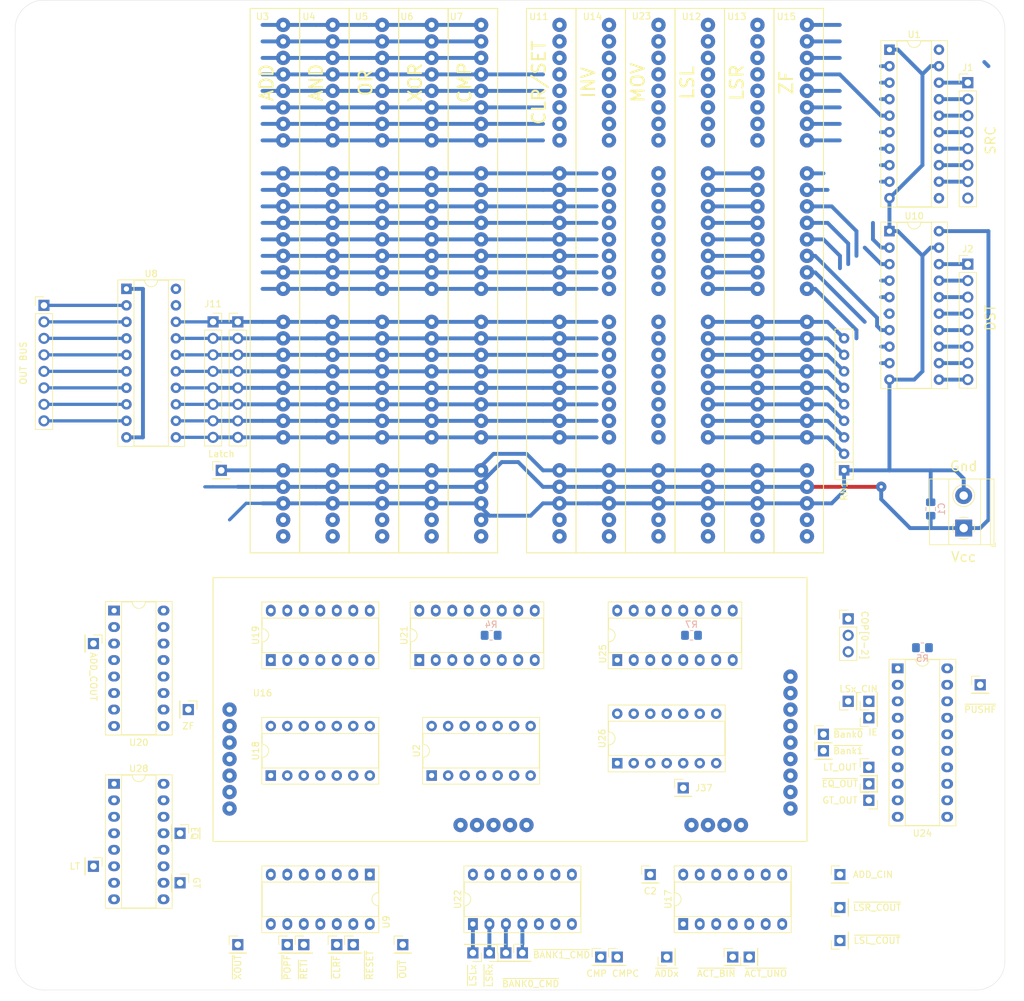
<source format=kicad_pcb>
(kicad_pcb (version 20171130) (host pcbnew "(5.1.8)-1")
  (layers (0 F.Cu signal) (31 B.Cu signal) (34 B.Paste user) (35 F.Paste user) (36 B.SilkS user) (37 F.SilkS user) (38 B.Mask user) (39 F.Mask user) (44 Edge.Cuts user))
  (net 0 "")
  (net 1 GND)
  (net 2 "Net-(J1-Pad1)")
  (net 3 "Net-(J1-Pad2)")
  (net 4 "Net-(J1-Pad3)")
  (net 5 "Net-(J1-Pad4)")
  (net 6 "Net-(J1-Pad5)")
  (net 7 "Net-(J1-Pad6)")
  (net 8 "Net-(J1-Pad7)")
  (net 9 "Net-(J1-Pad8)")
  (net 10 /BUS0)
  (net 11 /BUS1)
  (net 12 /BUS2)
  (net 13 /BUS3)
  (net 14 /BUS4)
  (net 15 /BUS5)
  (net 16 /BUS6)
  (net 17 /BUS7)
  (net 18 /Latch)
  (net 19 /~ACT_BIN)
  (net 20 /~ACT_UNO)
  (net 21 VCC)
  (net 22 /~LSL_COUT)
  (net 23 /~LSR_COUT)
  (net 24 /O0)
  (net 25 /O1)
  (net 26 /O2)
  (net 27 /O3)
  (net 28 /O4)
  (net 29 /O5)
  (net 30 /O6)
  (net 31 /O7)
  (net 32 /LSx_CIN)
  (net 33 /COP[0])
  (net 34 /COP[1])
  (net 35 /COP[2])
  (net 36 /ADD_COUT)
  (net 37 /ADD_CIN)
  (net 38 /ZF)
  (net 39 /LT)
  (net 40 /~EQ)
  (net 41 /GT)
  (net 42 /~ADDx)
  (net 43 /~LSLx)
  (net 44 /~LSRx)
  (net 45 /C2)
  (net 46 /~OUT)
  (net 47 /~XOUT)
  (net 48 /~PUSHF)
  (net 49 /~POPF)
  (net 50 /IE)
  (net 51 /~CLRF)
  (net 52 /~RESET)
  (net 53 /~BANK0_CMD)
  (net 54 /~BANK1_CMD)
  (net 55 "Net-(R4-Pad1)")
  (net 56 "Net-(R7-Pad1)")
  (net 57 /B7)
  (net 58 /B6)
  (net 59 /B5)
  (net 60 /B4)
  (net 61 /B3)
  (net 62 /B2)
  (net 63 /B1)
  (net 64 /B0)
  (net 65 /A7)
  (net 66 /A6)
  (net 67 /A5)
  (net 68 /A4)
  (net 69 /A3)
  (net 70 /A2)
  (net 71 /A1)
  (net 72 /A0)
  (net 73 /~ADD)
  (net 74 /~ADDC)
  (net 75 "Net-(U4-Pad29)")
  (net 76 /~AND)
  (net 77 /~OR)
  (net 78 "Net-(U5-Pad29)")
  (net 79 "Net-(U6-Pad28)")
  (net 80 "Net-(U6-Pad29)")
  (net 81 /~CMPC)
  (net 82 /~CMP)
  (net 83 /~XOR)
  (net 84 /~MOV)
  (net 85 /~INV)
  (net 86 "Net-(U15-Pad28)")
  (net 87 "Net-(U15-Pad29)")
  (net 88 /~RES_FL)
  (net 89 "Net-(U16-Pad3)")
  (net 90 "Net-(U16-Pad11)")
  (net 91 "Net-(J2-Pad8)")
  (net 92 "Net-(J2-Pad7)")
  (net 93 "Net-(J2-Pad6)")
  (net 94 "Net-(J2-Pad5)")
  (net 95 "Net-(J2-Pad4)")
  (net 96 "Net-(J2-Pad3)")
  (net 97 "Net-(J2-Pad2)")
  (net 98 "Net-(J2-Pad1)")
  (net 99 "Net-(U20-Pad12)")
  (net 100 /~EQ_OUT)
  (net 101 /LT_OUT)
  (net 102 /GT_OUT)
  (net 103 /~RETI)
  (net 104 /~POP_FL)
  (net 105 "Net-(R5-Pad1)")
  (net 106 "Net-(U20-Pad14)")
  (net 107 "Net-(U20-Pad13)")
  (net 108 /~Bank0)
  (net 109 /~Bank1)
  (net 110 "Net-(U17-Pad11)")
  (net 111 /~CF)
  (net 112 /~INC)
  (net 113 /Arithm)
  (net 114 "Net-(U19-Pad12)")
  (net 115 "Net-(U18-Pad6)")
  (net 116 "Net-(U16-Pad8)")
  (net 117 /~Arithm)
  (net 118 "Net-(U16-Pad2)")
  (net 119 "Net-(U16-Pad1)")
  (net 120 "Net-(U16-Pad4)")
  (net 121 "Net-(U16-Pad9)")
  (net 122 "Net-(U16-Pad12)")
  (net 123 "Net-(U16-Pad25)")
  (net 124 "Net-(U16-Pad22)")
  (net 125 "Net-(U16-Pad7)")
  (net 126 "Net-(U16-Pad6)")
  (net 127 "Net-(U16-Pad5)")
  (net 128 /SRC[0])
  (net 129 "Net-(U23-Pad28)")
  (net 130 "Net-(U11-Pad1)")
  (net 131 "Net-(U11-Pad2)")
  (net 132 "Net-(U11-Pad3)")
  (net 133 "Net-(U11-Pad4)")
  (net 134 "Net-(U11-Pad5)")
  (net 135 "Net-(U11-Pad6)")
  (net 136 "Net-(U11-Pad7)")
  (net 137 "Net-(U11-Pad8)")
  (net 138 /~CLR\SET)
  (net 139 /~Expand)
  (net 140 /~LSL[C])
  (net 141 "Net-(U12-Pad8)")
  (net 142 "Net-(U12-Pad7)")
  (net 143 "Net-(U12-Pad6)")
  (net 144 "Net-(U12-Pad5)")
  (net 145 "Net-(U12-Pad4)")
  (net 146 "Net-(U12-Pad3)")
  (net 147 "Net-(U12-Pad2)")
  (net 148 "Net-(U12-Pad1)")
  (net 149 "Net-(U13-Pad1)")
  (net 150 "Net-(U13-Pad2)")
  (net 151 "Net-(U13-Pad3)")
  (net 152 "Net-(U13-Pad4)")
  (net 153 "Net-(U13-Pad5)")
  (net 154 "Net-(U13-Pad6)")
  (net 155 "Net-(U13-Pad7)")
  (net 156 "Net-(U13-Pad8)")
  (net 157 /~LSR[C])
  (net 158 "Net-(U14-Pad8)")
  (net 159 "Net-(U14-Pad7)")
  (net 160 "Net-(U14-Pad6)")
  (net 161 "Net-(U14-Pad5)")
  (net 162 "Net-(U14-Pad4)")
  (net 163 "Net-(U14-Pad3)")
  (net 164 "Net-(U14-Pad2)")
  (net 165 "Net-(U14-Pad1)")
  (net 166 "Net-(U15-Pad1)")
  (net 167 "Net-(U15-Pad2)")
  (net 168 "Net-(U15-Pad3)")
  (net 169 "Net-(U15-Pad4)")
  (net 170 "Net-(U15-Pad5)")
  (net 171 "Net-(U15-Pad6)")
  (net 172 "Net-(U15-Pad7)")
  (net 173 "Net-(U15-Pad8)")
  (net 174 "Net-(U15-Pad9)")
  (net 175 "Net-(U15-Pad10)")
  (net 176 "Net-(U15-Pad11)")
  (net 177 "Net-(U15-Pad12)")
  (net 178 "Net-(U15-Pad13)")
  (net 179 "Net-(U15-Pad14)")
  (net 180 "Net-(U15-Pad15)")
  (net 181 "Net-(U15-Pad16)")
  (net 182 "Net-(U23-Pad29)")
  (net 183 "Net-(U23-Pad24)")
  (net 184 "Net-(U23-Pad23)")
  (net 185 "Net-(U23-Pad22)")
  (net 186 "Net-(U23-Pad21)")
  (net 187 "Net-(U23-Pad20)")
  (net 188 "Net-(U23-Pad19)")
  (net 189 "Net-(U23-Pad18)")
  (net 190 "Net-(U23-Pad17)")
  (net 191 "Net-(U23-Pad16)")
  (net 192 "Net-(U23-Pad15)")
  (net 193 "Net-(U23-Pad14)")
  (net 194 "Net-(U23-Pad13)")
  (net 195 "Net-(U23-Pad12)")
  (net 196 "Net-(U23-Pad11)")
  (net 197 "Net-(U23-Pad10)")
  (net 198 "Net-(U23-Pad9)")
  (net 199 /~INC\DEC)
  (net 200 /~INCC\DECC)
  (net 201 "Net-(U2-Pad13)")
  (net 202 "Net-(U19-Pad6)")
  (net 203 "Net-(U2-Pad4)")
  (net 204 /~DEC)
  (net 205 /~SUB)
  (net 206 /~SUBC)
  (net 207 "Net-(U25-Pad9)")
  (net 208 "Net-(U25-Pad7)")
  (net 209 "Net-(U26-Pad8)")
  (net 210 "Net-(U26-Pad10)")
  (net 211 "Net-(U26-Pad3)")
  (module Package_DIP:DIP-14_W7.62mm_Socket (layer F.Cu) (at 71.12 121.92 90)
    (fp_text reference U19 (at 3.81 -2.33 90) (layer F.SilkS))
    (fp_text value 74LS10)
    (pad 1 thru_hole rect (at 0 0 90) (size 1.8 1.5) (drill 0.8) (layers *.Cu *.Mask) (net 200 /~INCC\DECC))
    (pad 8 thru_hole oval (at 7.62 15.24 90) (size 1.8 1.5) (drill 0.8) (layers *.Cu *.Mask) (net 117 /~Arithm))
    (pad 2 thru_hole oval (at 0 2.54 90) (size 1.8 1.5) (drill 0.8) (layers *.Cu *.Mask) (net 205 /~SUB))
    (pad 9 thru_hole oval (at 7.62 12.7 90) (size 1.8 1.5) (drill 0.8) (layers *.Cu *.Mask) (net 113 /Arithm))
    (pad 3 thru_hole oval (at 0 5.08 90) (size 1.8 1.5) (drill 0.8) (layers *.Cu *.Mask) (net 74 /~ADDC))
    (pad 10 thru_hole oval (at 7.62 10.16 90) (size 1.8 1.5) (drill 0.8) (layers *.Cu *.Mask) (net 113 /Arithm))
    (pad 4 thru_hole oval (at 0 7.62 90) (size 1.8 1.5) (drill 0.8) (layers *.Cu *.Mask) (net 112 /~INC))
    (pad 11 thru_hole oval (at 7.62 7.62 90) (size 1.8 1.5) (drill 0.8) (layers *.Cu *.Mask) (net 113 /Arithm))
    (pad 5 thru_hole oval (at 0 10.16 90) (size 1.8 1.5) (drill 0.8) (layers *.Cu *.Mask) (net 112 /~INC))
    (pad 12 thru_hole oval (at 7.62 5.08 90) (size 1.8 1.5) (drill 0.8) (layers *.Cu *.Mask) (net 114 "Net-(U19-Pad12)"))
    (pad 6 thru_hole oval (at 0 12.7 90) (size 1.8 1.5) (drill 0.8) (layers *.Cu *.Mask) (net 202 "Net-(U19-Pad6)"))
    (pad 13 thru_hole oval (at 7.62 2.54 90) (size 1.8 1.5) (drill 0.8) (layers *.Cu *.Mask) (net 206 /~SUBC))
    (pad 7 thru_hole oval (at 0 15.24 90) (size 1.8 1.5) (drill 0.8) (layers *.Cu *.Mask) (net 1 GND))
    (pad 14 thru_hole oval (at 7.62 0 90) (size 1.8 1.5) (drill 0.8) (layers *.Cu *.Mask) (net 21 VCC))
  )
  (module CommonLibrary:CMD (layer F.Cu) (at 138.43 24.13)
    (fp_text reference U12 (at -2.54 -1.27) (layer F.SilkS))
    (fp_text value CMD)
    (pad 29 thru_hole circle (at 0 78.74) (size 2.2 2.2) (drill 0.9) (layers *.Cu *.Mask) (net 139 /~Expand))
    (pad 28 thru_hole circle (at 0 76.2) (size 2.2 2.2) (drill 0.9) (layers *.Cu *.Mask) (net 140 /~LSL[C]))
    (pad 27 thru_hole circle (at 0 73.66) (size 2.2 2.2) (drill 0.9) (layers *.Cu *.Mask) (net 1 GND))
    (pad 26 thru_hole circle (at 0 71.12) (size 2.2 2.2) (drill 0.9) (layers *.Cu *.Mask) (net 21 VCC))
    (pad 25 thru_hole circle (at 0 68.58) (size 2.2 2.2) (drill 0.9) (layers *.Cu *.Mask) (net 18 /Latch))
    (pad 24 thru_hole circle (at 0 63.5) (size 2.2 2.2) (drill 0.9) (layers *.Cu *.Mask) (net 31 /O7))
    (pad 23 thru_hole circle (at 0 60.96) (size 2.2 2.2) (drill 0.9) (layers *.Cu *.Mask) (net 30 /O6))
    (pad 22 thru_hole circle (at 0 58.42) (size 2.2 2.2) (drill 0.9) (layers *.Cu *.Mask) (net 29 /O5))
    (pad 21 thru_hole circle (at 0 55.88) (size 2.2 2.2) (drill 0.9) (layers *.Cu *.Mask) (net 28 /O4))
    (pad 20 thru_hole circle (at 0 53.34) (size 2.2 2.2) (drill 0.9) (layers *.Cu *.Mask) (net 27 /O3))
    (pad 19 thru_hole circle (at 0 50.8) (size 2.2 2.2) (drill 0.9) (layers *.Cu *.Mask) (net 26 /O2))
    (pad 18 thru_hole circle (at 0 48.26) (size 2.2 2.2) (drill 0.9) (layers *.Cu *.Mask) (net 25 /O1))
    (pad 17 thru_hole circle (at 0 45.72) (size 2.2 2.2) (drill 0.9) (layers *.Cu *.Mask) (net 24 /O0))
    (pad 16 thru_hole circle (at 0 40.64) (size 2.2 2.2) (drill 0.9) (layers *.Cu *.Mask) (net 65 /A7))
    (pad 15 thru_hole circle (at 0 38.1) (size 2.2 2.2) (drill 0.9) (layers *.Cu *.Mask) (net 66 /A6))
    (pad 14 thru_hole circle (at 0 35.56) (size 2.2 2.2) (drill 0.9) (layers *.Cu *.Mask) (net 67 /A5))
    (pad 13 thru_hole circle (at 0 33.02) (size 2.2 2.2) (drill 0.9) (layers *.Cu *.Mask) (net 68 /A4))
    (pad 12 thru_hole circle (at 0 30.48) (size 2.2 2.2) (drill 0.9) (layers *.Cu *.Mask) (net 69 /A3))
    (pad 11 thru_hole circle (at 0 27.94) (size 2.2 2.2) (drill 0.9) (layers *.Cu *.Mask) (net 70 /A2))
    (pad 10 thru_hole circle (at 0 25.4) (size 2.2 2.2) (drill 0.9) (layers *.Cu *.Mask) (net 71 /A1))
    (pad 9 thru_hole circle (at 0 22.86) (size 2.2 2.2) (drill 0.9) (layers *.Cu *.Mask) (net 72 /A0))
    (pad 8 thru_hole circle (at 0 17.78) (size 2.2 2.2) (drill 0.9) (layers *.Cu *.Mask) (net 141 "Net-(U12-Pad8)"))
    (pad 7 thru_hole circle (at 0 15.24) (size 2.2 2.2) (drill 0.9) (layers *.Cu *.Mask) (net 142 "Net-(U12-Pad7)"))
    (pad 6 thru_hole circle (at 0 12.7) (size 2.2 2.2) (drill 0.9) (layers *.Cu *.Mask) (net 143 "Net-(U12-Pad6)"))
    (pad 5 thru_hole circle (at 0 10.16) (size 2.2 2.2) (drill 0.9) (layers *.Cu *.Mask) (net 144 "Net-(U12-Pad5)"))
    (pad 4 thru_hole circle (at 0 7.62) (size 2.2 2.2) (drill 0.9) (layers *.Cu *.Mask) (net 145 "Net-(U12-Pad4)"))
    (pad 3 thru_hole circle (at 0 5.08) (size 2.2 2.2) (drill 0.9) (layers *.Cu *.Mask) (net 146 "Net-(U12-Pad3)"))
    (pad 2 thru_hole circle (at 0 2.54) (size 2.2 2.2) (drill 0.9) (layers *.Cu *.Mask) (net 147 "Net-(U12-Pad2)"))
    (pad 1 thru_hole circle (at 0 0) (size 2.2 2.2) (drill 0.9) (layers *.Cu *.Mask) (net 148 "Net-(U12-Pad1)"))
  )
  (module CommonLibrary:CMD (layer F.Cu) (at 103.505 24.13)
    (fp_text reference U7 (at -3.81 -1.27) (layer F.SilkS))
    (fp_text value CMD)
    (pad 29 thru_hole circle (at 0 78.74) (size 2.2 2.2) (drill 0.9) (layers *.Cu *.Mask) (net 81 /~CMPC))
    (pad 28 thru_hole circle (at 0 76.2) (size 2.2 2.2) (drill 0.9) (layers *.Cu *.Mask) (net 82 /~CMP))
    (pad 27 thru_hole circle (at 0 73.66) (size 2.2 2.2) (drill 0.9) (layers *.Cu *.Mask) (net 1 GND))
    (pad 26 thru_hole circle (at 0 71.12) (size 2.2 2.2) (drill 0.9) (layers *.Cu *.Mask) (net 21 VCC))
    (pad 25 thru_hole circle (at 0 68.58) (size 2.2 2.2) (drill 0.9) (layers *.Cu *.Mask) (net 18 /Latch))
    (pad 24 thru_hole circle (at 0 63.5) (size 2.2 2.2) (drill 0.9) (layers *.Cu *.Mask) (net 31 /O7))
    (pad 23 thru_hole circle (at 0 60.96) (size 2.2 2.2) (drill 0.9) (layers *.Cu *.Mask) (net 30 /O6))
    (pad 22 thru_hole circle (at 0 58.42) (size 2.2 2.2) (drill 0.9) (layers *.Cu *.Mask) (net 29 /O5))
    (pad 21 thru_hole circle (at 0 55.88) (size 2.2 2.2) (drill 0.9) (layers *.Cu *.Mask) (net 28 /O4))
    (pad 20 thru_hole circle (at 0 53.34) (size 2.2 2.2) (drill 0.9) (layers *.Cu *.Mask) (net 27 /O3))
    (pad 19 thru_hole circle (at 0 50.8) (size 2.2 2.2) (drill 0.9) (layers *.Cu *.Mask) (net 26 /O2))
    (pad 18 thru_hole circle (at 0 48.26) (size 2.2 2.2) (drill 0.9) (layers *.Cu *.Mask) (net 25 /O1))
    (pad 17 thru_hole circle (at 0 45.72) (size 2.2 2.2) (drill 0.9) (layers *.Cu *.Mask) (net 24 /O0))
    (pad 16 thru_hole circle (at 0 40.64) (size 2.2 2.2) (drill 0.9) (layers *.Cu *.Mask) (net 65 /A7))
    (pad 15 thru_hole circle (at 0 38.1) (size 2.2 2.2) (drill 0.9) (layers *.Cu *.Mask) (net 66 /A6))
    (pad 14 thru_hole circle (at 0 35.56) (size 2.2 2.2) (drill 0.9) (layers *.Cu *.Mask) (net 67 /A5))
    (pad 13 thru_hole circle (at 0 33.02) (size 2.2 2.2) (drill 0.9) (layers *.Cu *.Mask) (net 68 /A4))
    (pad 12 thru_hole circle (at 0 30.48) (size 2.2 2.2) (drill 0.9) (layers *.Cu *.Mask) (net 69 /A3))
    (pad 11 thru_hole circle (at 0 27.94) (size 2.2 2.2) (drill 0.9) (layers *.Cu *.Mask) (net 70 /A2))
    (pad 10 thru_hole circle (at 0 25.4) (size 2.2 2.2) (drill 0.9) (layers *.Cu *.Mask) (net 71 /A1))
    (pad 9 thru_hole circle (at 0 22.86) (size 2.2 2.2) (drill 0.9) (layers *.Cu *.Mask) (net 72 /A0))
    (pad 8 thru_hole circle (at 0 17.78) (size 2.2 2.2) (drill 0.9) (layers *.Cu *.Mask) (net 57 /B7))
    (pad 7 thru_hole circle (at 0 15.24) (size 2.2 2.2) (drill 0.9) (layers *.Cu *.Mask) (net 58 /B6))
    (pad 6 thru_hole circle (at 0 12.7) (size 2.2 2.2) (drill 0.9) (layers *.Cu *.Mask) (net 59 /B5))
    (pad 5 thru_hole circle (at 0 10.16) (size 2.2 2.2) (drill 0.9) (layers *.Cu *.Mask) (net 60 /B4))
    (pad 4 thru_hole circle (at 0 7.62) (size 2.2 2.2) (drill 0.9) (layers *.Cu *.Mask) (net 61 /B3))
    (pad 3 thru_hole circle (at 0 5.08) (size 2.2 2.2) (drill 0.9) (layers *.Cu *.Mask) (net 62 /B2))
    (pad 2 thru_hole circle (at 0 2.54) (size 2.2 2.2) (drill 0.9) (layers *.Cu *.Mask) (net 63 /B1))
    (pad 1 thru_hole circle (at 0 0) (size 2.2 2.2) (drill 0.9) (layers *.Cu *.Mask) (net 64 /B0))
  )
  (module Package_DIP:DIP-16_W7.62mm_Socket (layer F.Cu) (at 46.99 114.3)
    (fp_text reference U20 (at 3.81 20.32) (layer F.SilkS))
    (fp_text value 74LS257)
    (pad 16 thru_hole oval (at 7.62 0) (size 1.8 1.5) (drill 0.8) (layers *.Cu *.Mask) (net 21 VCC))
    (pad 8 thru_hole oval (at 0 17.78) (size 1.8 1.5) (drill 0.8) (layers *.Cu *.Mask) (net 1 GND))
    (pad 15 thru_hole oval (at 7.62 2.54) (size 1.8 1.5) (drill 0.8) (layers *.Cu *.Mask) (net 1 GND))
    (pad 7 thru_hole oval (at 0 15.24) (size 1.8 1.5) (drill 0.8) (layers *.Cu *.Mask) (net 118 "Net-(U16-Pad2)"))
    (pad 14 thru_hole oval (at 7.62 5.08) (size 1.8 1.5) (drill 0.8) (layers *.Cu *.Mask) (net 106 "Net-(U20-Pad14)"))
    (pad 6 thru_hole oval (at 0 12.7) (size 1.8 1.5) (drill 0.8) (layers *.Cu *.Mask) (net 110 "Net-(U17-Pad11)"))
    (pad 13 thru_hole oval (at 7.62 7.62) (size 1.8 1.5) (drill 0.8) (layers *.Cu *.Mask) (net 107 "Net-(U20-Pad13)"))
    (pad 5 thru_hole oval (at 0 10.16) (size 1.8 1.5) (drill 0.8) (layers *.Cu *.Mask) (net 11 /BUS1))
    (pad 12 thru_hole oval (at 7.62 10.16) (size 1.8 1.5) (drill 0.8) (layers *.Cu *.Mask) (net 99 "Net-(U20-Pad12)"))
    (pad 4 thru_hole oval (at 0 7.62) (size 1.8 1.5) (drill 0.8) (layers *.Cu *.Mask) (net 119 "Net-(U16-Pad1)"))
    (pad 11 thru_hole oval (at 7.62 12.7) (size 1.8 1.5) (drill 0.8) (layers *.Cu *.Mask) (net 13 /BUS3))
    (pad 3 thru_hole oval (at 0 5.08) (size 1.8 1.5) (drill 0.8) (layers *.Cu *.Mask) (net 36 /ADD_COUT))
    (pad 10 thru_hole oval (at 7.62 15.24) (size 1.8 1.5) (drill 0.8) (layers *.Cu *.Mask) (net 38 /ZF))
    (pad 2 thru_hole oval (at 0 2.54) (size 1.8 1.5) (drill 0.8) (layers *.Cu *.Mask) (net 10 /BUS0))
    (pad 9 thru_hole oval (at 7.62 17.78) (size 1.8 1.5) (drill 0.8) (layers *.Cu *.Mask) (net 89 "Net-(U16-Pad3)"))
    (pad 1 thru_hole rect (at 0 0) (size 1.8 1.5) (drill 0.8) (layers *.Cu *.Mask) (net 49 /~POPF))
  )
  (module MountingHole:MountingHole_3.2mm_M3 (layer F.Cu) (at 179.07 167.64)
    (fp_text reference H1 hide)
    (fp_text value MountingHole)
    (pad 1 np_thru_hole circle (at 0 0) (size 3.2 3.2) (drill 3.2) (layers *.Cu *.Mask))
  )
  (module MountingHole:MountingHole_3.2mm_M3 (layer F.Cu) (at 36.83 167.64)
    (fp_text reference H2 hide)
    (fp_text value MountingHole)
    (pad 1 np_thru_hole circle (at 0 0) (size 3.2 3.2) (drill 3.2) (layers *.Cu *.Mask))
  )
  (module MountingHole:MountingHole_3.2mm_M3 (layer F.Cu) (at 179.07 25.4)
    (fp_text reference H3 hide)
    (fp_text value MountingHole)
    (pad 1 np_thru_hole circle (at 0 0) (size 3.2 3.2) (drill 3.2) (layers *.Cu *.Mask))
  )
  (module MountingHole:MountingHole_3.2mm_M3 (layer F.Cu) (at 107.95 96.52)
    (fp_text reference H4 hide)
    (fp_text value MountingHole)
    (pad 1 np_thru_hole circle (at 0 0) (size 3.2 3.2) (drill 3.2) (layers *.Cu *.Mask))
  )
  (module MountingHole:MountingHole_3.2mm_M3 (layer F.Cu) (at 36.83 25.4)
    (fp_text reference H5 hide)
    (fp_text value MountingHole)
    (pad 1 np_thru_hole circle (at 0 0) (size 3.2 3.2) (drill 3.2) (layers *.Cu *.Mask))
  )
  (module Connector_PinHeader_2.54mm:PinHeader_1x08_P2.54mm_Vertical (layer F.Cu) (at 178.435 33.02)
    (fp_text reference J1 (at 0 -2.33) (layer F.SilkS))
    (fp_text value Conn_01x08_Male)
    (pad 1 thru_hole rect (at 0 0) (size 1.7 1.7) (drill 1) (layers *.Cu *.Mask) (net 2 "Net-(J1-Pad1)"))
    (pad 2 thru_hole oval (at 0 2.54) (size 1.7 1.7) (drill 1) (layers *.Cu *.Mask) (net 3 "Net-(J1-Pad2)"))
    (pad 3 thru_hole oval (at 0 5.08) (size 1.7 1.7) (drill 1) (layers *.Cu *.Mask) (net 4 "Net-(J1-Pad3)"))
    (pad 4 thru_hole oval (at 0 7.62) (size 1.7 1.7) (drill 1) (layers *.Cu *.Mask) (net 5 "Net-(J1-Pad4)"))
    (pad 5 thru_hole oval (at 0 10.16) (size 1.7 1.7) (drill 1) (layers *.Cu *.Mask) (net 6 "Net-(J1-Pad5)"))
    (pad 6 thru_hole oval (at 0 12.7) (size 1.7 1.7) (drill 1) (layers *.Cu *.Mask) (net 7 "Net-(J1-Pad6)"))
    (pad 7 thru_hole oval (at 0 15.24) (size 1.7 1.7) (drill 1) (layers *.Cu *.Mask) (net 8 "Net-(J1-Pad7)"))
    (pad 8 thru_hole oval (at 0 17.78) (size 1.7 1.7) (drill 1) (layers *.Cu *.Mask) (net 9 "Net-(J1-Pad8)"))
  )
  (module Connector_PinHeader_2.54mm:PinHeader_1x08_P2.54mm_Vertical (layer F.Cu) (at 36.195 67.31)
    (fp_text reference J3 hide)
    (fp_text value Conn_01x08_Male)
    (pad 1 thru_hole rect (at 0 0) (size 1.7 1.7) (drill 1) (layers *.Cu *.Mask) (net 10 /BUS0))
    (pad 2 thru_hole oval (at 0 2.54) (size 1.7 1.7) (drill 1) (layers *.Cu *.Mask) (net 11 /BUS1))
    (pad 3 thru_hole oval (at 0 5.08) (size 1.7 1.7) (drill 1) (layers *.Cu *.Mask) (net 12 /BUS2))
    (pad 4 thru_hole oval (at 0 7.62) (size 1.7 1.7) (drill 1) (layers *.Cu *.Mask) (net 13 /BUS3))
    (pad 5 thru_hole oval (at 0 10.16) (size 1.7 1.7) (drill 1) (layers *.Cu *.Mask) (net 14 /BUS4))
    (pad 6 thru_hole oval (at 0 12.7) (size 1.7 1.7) (drill 1) (layers *.Cu *.Mask) (net 15 /BUS5))
    (pad 7 thru_hole oval (at 0 15.24) (size 1.7 1.7) (drill 1) (layers *.Cu *.Mask) (net 16 /BUS6))
    (pad 8 thru_hole oval (at 0 17.78) (size 1.7 1.7) (drill 1) (layers *.Cu *.Mask) (net 17 /BUS7))
  )
  (module Connector_PinHeader_2.54mm:PinHeader_1x08_P2.54mm_Vertical (layer F.Cu) (at 178.435 60.96)
    (fp_text reference J2 (at 0 -2.33) (layer F.SilkS))
    (fp_text value Conn_01x08_Male)
    (pad 8 thru_hole oval (at 0 17.78) (size 1.7 1.7) (drill 1) (layers *.Cu *.Mask) (net 91 "Net-(J2-Pad8)"))
    (pad 7 thru_hole oval (at 0 15.24) (size 1.7 1.7) (drill 1) (layers *.Cu *.Mask) (net 92 "Net-(J2-Pad7)"))
    (pad 6 thru_hole oval (at 0 12.7) (size 1.7 1.7) (drill 1) (layers *.Cu *.Mask) (net 93 "Net-(J2-Pad6)"))
    (pad 5 thru_hole oval (at 0 10.16) (size 1.7 1.7) (drill 1) (layers *.Cu *.Mask) (net 94 "Net-(J2-Pad5)"))
    (pad 4 thru_hole oval (at 0 7.62) (size 1.7 1.7) (drill 1) (layers *.Cu *.Mask) (net 95 "Net-(J2-Pad4)"))
    (pad 3 thru_hole oval (at 0 5.08) (size 1.7 1.7) (drill 1) (layers *.Cu *.Mask) (net 96 "Net-(J2-Pad3)"))
    (pad 2 thru_hole oval (at 0 2.54) (size 1.7 1.7) (drill 1) (layers *.Cu *.Mask) (net 97 "Net-(J2-Pad2)"))
    (pad 1 thru_hole rect (at 0 0) (size 1.7 1.7) (drill 1) (layers *.Cu *.Mask) (net 98 "Net-(J2-Pad1)"))
  )
  (module TerminalBlock_Phoenix:TerminalBlock_Phoenix_MKDS-1,5-2_1x02_P5.00mm_Horizontal (layer F.Cu) (at 177.8 101.6 90)
    (fp_text reference J7 hide)
    (fp_text value Screw_Terminal_01x02)
    (pad 1 thru_hole rect (at 0 0 90) (size 2.6 2.6) (drill 1.3) (layers *.Cu *.Mask) (net 21 VCC))
    (pad 2 thru_hole circle (at 5 0 90) (size 2.6 2.6) (drill 1.3) (layers *.Cu *.Mask) (net 1 GND))
  )
  (module Connector_PinHeader_2.54mm:PinHeader_1x08_P2.54mm_Vertical (layer F.Cu) (at 66.04 69.85)
    (fp_text reference J8 hide)
    (fp_text value Conn_01x08_Male)
    (pad 8 thru_hole oval (at 0 17.78) (size 1.7 1.7) (drill 1) (layers *.Cu *.Mask) (net 31 /O7))
    (pad 7 thru_hole oval (at 0 15.24) (size 1.7 1.7) (drill 1) (layers *.Cu *.Mask) (net 30 /O6))
    (pad 6 thru_hole oval (at 0 12.7) (size 1.7 1.7) (drill 1) (layers *.Cu *.Mask) (net 29 /O5))
    (pad 5 thru_hole oval (at 0 10.16) (size 1.7 1.7) (drill 1) (layers *.Cu *.Mask) (net 28 /O4))
    (pad 4 thru_hole oval (at 0 7.62) (size 1.7 1.7) (drill 1) (layers *.Cu *.Mask) (net 27 /O3))
    (pad 3 thru_hole oval (at 0 5.08) (size 1.7 1.7) (drill 1) (layers *.Cu *.Mask) (net 26 /O2))
    (pad 2 thru_hole oval (at 0 2.54) (size 1.7 1.7) (drill 1) (layers *.Cu *.Mask) (net 25 /O1))
    (pad 1 thru_hole rect (at 0 0) (size 1.7 1.7) (drill 1) (layers *.Cu *.Mask) (net 24 /O0))
  )
  (module Connector_PinSocket_2.54mm:PinSocket_1x08_P2.54mm_Vertical (layer F.Cu) (at 62.23 69.85)
    (fp_text reference J11 (at 0 -2.77) (layer F.SilkS))
    (fp_text value Conn_01x08_Male)
    (pad 1 thru_hole rect (at 0 0) (size 1.7 1.7) (drill 1) (layers *.Cu *.Mask) (net 24 /O0))
    (pad 2 thru_hole oval (at 0 2.54) (size 1.7 1.7) (drill 1) (layers *.Cu *.Mask) (net 25 /O1))
    (pad 3 thru_hole oval (at 0 5.08) (size 1.7 1.7) (drill 1) (layers *.Cu *.Mask) (net 26 /O2))
    (pad 4 thru_hole oval (at 0 7.62) (size 1.7 1.7) (drill 1) (layers *.Cu *.Mask) (net 27 /O3))
    (pad 5 thru_hole oval (at 0 10.16) (size 1.7 1.7) (drill 1) (layers *.Cu *.Mask) (net 28 /O4))
    (pad 6 thru_hole oval (at 0 12.7) (size 1.7 1.7) (drill 1) (layers *.Cu *.Mask) (net 29 /O5))
    (pad 7 thru_hole oval (at 0 15.24) (size 1.7 1.7) (drill 1) (layers *.Cu *.Mask) (net 30 /O6))
    (pad 8 thru_hole oval (at 0 17.78) (size 1.7 1.7) (drill 1) (layers *.Cu *.Mask) (net 31 /O7))
  )
  (module Connector_PinHeader_2.54mm:PinHeader_1x03_P2.54mm_Vertical (layer F.Cu) (at 160.02 115.57)
    (fp_text reference J14 hide)
    (fp_text value Conn_01x03_Male)
    (pad 1 thru_hole rect (at 0 0) (size 1.7 1.7) (drill 1) (layers *.Cu *.Mask) (net 33 /COP[0]))
    (pad 2 thru_hole oval (at 0 2.54) (size 1.7 1.7) (drill 1) (layers *.Cu *.Mask) (net 34 /COP[1]))
    (pad 3 thru_hole oval (at 0 5.08) (size 1.7 1.7) (drill 1) (layers *.Cu *.Mask) (net 35 /COP[2]))
  )
  (module Resistor_SMD:R_0805_2012Metric_Pad1.20x1.40mm_HandSolder (layer B.Cu) (at 105.045 118.11 180)
    (fp_text reference R4 (at 0 1.65) (layer B.SilkS) (effects (justify mirror)))
    (fp_text value 10k)
    (pad 2 smd roundrect (at 1 0 180) (size 1.2 1.4) (layers B.Cu B.Paste B.Mask) (roundrect_rratio 0.208333) (net 21 VCC))
    (pad 1 smd roundrect (at -1 0 180) (size 1.2 1.4) (layers B.Cu B.Paste B.Mask) (roundrect_rratio 0.208333) (net 55 "Net-(R4-Pad1)"))
  )
  (module Resistor_SMD:R_0805_2012Metric_Pad1.20x1.40mm_HandSolder (layer B.Cu) (at 135.89 118.11 180)
    (fp_text reference R7 (at 0 1.65) (layer B.SilkS) (effects (justify mirror)))
    (fp_text value 10k)
    (pad 2 smd roundrect (at 1 0 180) (size 1.2 1.4) (layers B.Cu B.Paste B.Mask) (roundrect_rratio 0.208333) (net 21 VCC))
    (pad 1 smd roundrect (at -1 0 180) (size 1.2 1.4) (layers B.Cu B.Paste B.Mask) (roundrect_rratio 0.208333) (net 56 "Net-(R7-Pad1)"))
  )
  (module Resistor_THT:R_Array_SIP9 (layer F.Cu) (at 159.385 92.71 90)
    (fp_text reference RN1 (at -3.175 0 90) (layer F.SilkS))
    (fp_text value R_Network08)
    (pad 1 thru_hole rect (at 0 0 90) (size 1.6 1.6) (drill 0.8) (layers *.Cu *.Mask) (net 1 GND))
    (pad 2 thru_hole oval (at 2.54 0 90) (size 1.6 1.6) (drill 0.8) (layers *.Cu *.Mask) (net 31 /O7))
    (pad 3 thru_hole oval (at 5.08 0 90) (size 1.6 1.6) (drill 0.8) (layers *.Cu *.Mask) (net 30 /O6))
    (pad 4 thru_hole oval (at 7.62 0 90) (size 1.6 1.6) (drill 0.8) (layers *.Cu *.Mask) (net 29 /O5))
    (pad 5 thru_hole oval (at 10.16 0 90) (size 1.6 1.6) (drill 0.8) (layers *.Cu *.Mask) (net 28 /O4))
    (pad 6 thru_hole oval (at 12.7 0 90) (size 1.6 1.6) (drill 0.8) (layers *.Cu *.Mask) (net 27 /O3))
    (pad 7 thru_hole oval (at 15.24 0 90) (size 1.6 1.6) (drill 0.8) (layers *.Cu *.Mask) (net 26 /O2))
    (pad 8 thru_hole oval (at 17.78 0 90) (size 1.6 1.6) (drill 0.8) (layers *.Cu *.Mask) (net 25 /O1))
    (pad 9 thru_hole oval (at 20.32 0 90) (size 1.6 1.6) (drill 0.8) (layers *.Cu *.Mask) (net 24 /O0))
  )
  (module CommonLibrary:CMD (layer F.Cu) (at 73.025 24.13)
    (fp_text reference U3 (at -3.175 -1.27) (layer F.SilkS))
    (fp_text value CMD)
    (pad 1 thru_hole circle (at 0 0) (size 2.2 2.2) (drill 0.9) (layers *.Cu *.Mask) (net 64 /B0))
    (pad 2 thru_hole circle (at 0 2.54) (size 2.2 2.2) (drill 0.9) (layers *.Cu *.Mask) (net 63 /B1))
    (pad 3 thru_hole circle (at 0 5.08) (size 2.2 2.2) (drill 0.9) (layers *.Cu *.Mask) (net 62 /B2))
    (pad 4 thru_hole circle (at 0 7.62) (size 2.2 2.2) (drill 0.9) (layers *.Cu *.Mask) (net 61 /B3))
    (pad 5 thru_hole circle (at 0 10.16) (size 2.2 2.2) (drill 0.9) (layers *.Cu *.Mask) (net 60 /B4))
    (pad 6 thru_hole circle (at 0 12.7) (size 2.2 2.2) (drill 0.9) (layers *.Cu *.Mask) (net 59 /B5))
    (pad 7 thru_hole circle (at 0 15.24) (size 2.2 2.2) (drill 0.9) (layers *.Cu *.Mask) (net 58 /B6))
    (pad 8 thru_hole circle (at 0 17.78) (size 2.2 2.2) (drill 0.9) (layers *.Cu *.Mask) (net 57 /B7))
    (pad 9 thru_hole circle (at 0 22.86) (size 2.2 2.2) (drill 0.9) (layers *.Cu *.Mask) (net 72 /A0))
    (pad 10 thru_hole circle (at 0 25.4) (size 2.2 2.2) (drill 0.9) (layers *.Cu *.Mask) (net 71 /A1))
    (pad 11 thru_hole circle (at 0 27.94) (size 2.2 2.2) (drill 0.9) (layers *.Cu *.Mask) (net 70 /A2))
    (pad 12 thru_hole circle (at 0 30.48) (size 2.2 2.2) (drill 0.9) (layers *.Cu *.Mask) (net 69 /A3))
    (pad 13 thru_hole circle (at 0 33.02) (size 2.2 2.2) (drill 0.9) (layers *.Cu *.Mask) (net 68 /A4))
    (pad 14 thru_hole circle (at 0 35.56) (size 2.2 2.2) (drill 0.9) (layers *.Cu *.Mask) (net 67 /A5))
    (pad 15 thru_hole circle (at 0 38.1) (size 2.2 2.2) (drill 0.9) (layers *.Cu *.Mask) (net 66 /A6))
    (pad 16 thru_hole circle (at 0 40.64) (size 2.2 2.2) (drill 0.9) (layers *.Cu *.Mask) (net 65 /A7))
    (pad 17 thru_hole circle (at 0 45.72) (size 2.2 2.2) (drill 0.9) (layers *.Cu *.Mask) (net 24 /O0))
    (pad 18 thru_hole circle (at 0 48.26) (size 2.2 2.2) (drill 0.9) (layers *.Cu *.Mask) (net 25 /O1))
    (pad 19 thru_hole circle (at 0 50.8) (size 2.2 2.2) (drill 0.9) (layers *.Cu *.Mask) (net 26 /O2))
    (pad 20 thru_hole circle (at 0 53.34) (size 2.2 2.2) (drill 0.9) (layers *.Cu *.Mask) (net 27 /O3))
    (pad 21 thru_hole circle (at 0 55.88) (size 2.2 2.2) (drill 0.9) (layers *.Cu *.Mask) (net 28 /O4))
    (pad 22 thru_hole circle (at 0 58.42) (size 2.2 2.2) (drill 0.9) (layers *.Cu *.Mask) (net 29 /O5))
    (pad 23 thru_hole circle (at 0 60.96) (size 2.2 2.2) (drill 0.9) (layers *.Cu *.Mask) (net 30 /O6))
    (pad 24 thru_hole circle (at 0 63.5) (size 2.2 2.2) (drill 0.9) (layers *.Cu *.Mask) (net 31 /O7))
    (pad 25 thru_hole circle (at 0 68.58) (size 2.2 2.2) (drill 0.9) (layers *.Cu *.Mask) (net 18 /Latch))
    (pad 26 thru_hole circle (at 0 71.12) (size 2.2 2.2) (drill 0.9) (layers *.Cu *.Mask) (net 21 VCC))
    (pad 27 thru_hole circle (at 0 73.66) (size 2.2 2.2) (drill 0.9) (layers *.Cu *.Mask) (net 1 GND))
    (pad 28 thru_hole circle (at 0 76.2) (size 2.2 2.2) (drill 0.9) (layers *.Cu *.Mask) (net 209 "Net-(U26-Pad8)"))
    (pad 29 thru_hole circle (at 0 78.74) (size 2.2 2.2) (drill 0.9) (layers *.Cu *.Mask) (net 201 "Net-(U2-Pad13)"))
  )
  (module CommonLibrary:CMD (layer F.Cu) (at 80.645 24.13)
    (fp_text reference U4 (at -3.645 -1.27) (layer F.SilkS))
    (fp_text value CMD)
    (pad 29 thru_hole circle (at 0 78.74) (size 2.2 2.2) (drill 0.9) (layers *.Cu *.Mask) (net 75 "Net-(U4-Pad29)"))
    (pad 28 thru_hole circle (at 0 76.2) (size 2.2 2.2) (drill 0.9) (layers *.Cu *.Mask) (net 76 /~AND))
    (pad 27 thru_hole circle (at 0 73.66) (size 2.2 2.2) (drill 0.9) (layers *.Cu *.Mask) (net 1 GND))
    (pad 26 thru_hole circle (at 0 71.12) (size 2.2 2.2) (drill 0.9) (layers *.Cu *.Mask) (net 21 VCC))
    (pad 25 thru_hole circle (at 0 68.58) (size 2.2 2.2) (drill 0.9) (layers *.Cu *.Mask) (net 18 /Latch))
    (pad 24 thru_hole circle (at 0 63.5) (size 2.2 2.2) (drill 0.9) (layers *.Cu *.Mask) (net 31 /O7))
    (pad 23 thru_hole circle (at 0 60.96) (size 2.2 2.2) (drill 0.9) (layers *.Cu *.Mask) (net 30 /O6))
    (pad 22 thru_hole circle (at 0 58.42) (size 2.2 2.2) (drill 0.9) (layers *.Cu *.Mask) (net 29 /O5))
    (pad 21 thru_hole circle (at 0 55.88) (size 2.2 2.2) (drill 0.9) (layers *.Cu *.Mask) (net 28 /O4))
    (pad 20 thru_hole circle (at 0 53.34) (size 2.2 2.2) (drill 0.9) (layers *.Cu *.Mask) (net 27 /O3))
    (pad 19 thru_hole circle (at 0 50.8) (size 2.2 2.2) (drill 0.9) (layers *.Cu *.Mask) (net 26 /O2))
    (pad 18 thru_hole circle (at 0 48.26) (size 2.2 2.2) (drill 0.9) (layers *.Cu *.Mask) (net 25 /O1))
    (pad 17 thru_hole circle (at 0 45.72) (size 2.2 2.2) (drill 0.9) (layers *.Cu *.Mask) (net 24 /O0))
    (pad 16 thru_hole circle (at 0 40.64) (size 2.2 2.2) (drill 0.9) (layers *.Cu *.Mask) (net 65 /A7))
    (pad 15 thru_hole circle (at 0 38.1) (size 2.2 2.2) (drill 0.9) (layers *.Cu *.Mask) (net 66 /A6))
    (pad 14 thru_hole circle (at 0 35.56) (size 2.2 2.2) (drill 0.9) (layers *.Cu *.Mask) (net 67 /A5))
    (pad 13 thru_hole circle (at 0 33.02) (size 2.2 2.2) (drill 0.9) (layers *.Cu *.Mask) (net 68 /A4))
    (pad 12 thru_hole circle (at 0 30.48) (size 2.2 2.2) (drill 0.9) (layers *.Cu *.Mask) (net 69 /A3))
    (pad 11 thru_hole circle (at 0 27.94) (size 2.2 2.2) (drill 0.9) (layers *.Cu *.Mask) (net 70 /A2))
    (pad 10 thru_hole circle (at 0 25.4) (size 2.2 2.2) (drill 0.9) (layers *.Cu *.Mask) (net 71 /A1))
    (pad 9 thru_hole circle (at 0 22.86) (size 2.2 2.2) (drill 0.9) (layers *.Cu *.Mask) (net 72 /A0))
    (pad 8 thru_hole circle (at 0 17.78) (size 2.2 2.2) (drill 0.9) (layers *.Cu *.Mask) (net 57 /B7))
    (pad 7 thru_hole circle (at 0 15.24) (size 2.2 2.2) (drill 0.9) (layers *.Cu *.Mask) (net 58 /B6))
    (pad 6 thru_hole circle (at 0 12.7) (size 2.2 2.2) (drill 0.9) (layers *.Cu *.Mask) (net 59 /B5))
    (pad 5 thru_hole circle (at 0 10.16) (size 2.2 2.2) (drill 0.9) (layers *.Cu *.Mask) (net 60 /B4))
    (pad 4 thru_hole circle (at 0 7.62) (size 2.2 2.2) (drill 0.9) (layers *.Cu *.Mask) (net 61 /B3))
    (pad 3 thru_hole circle (at 0 5.08) (size 2.2 2.2) (drill 0.9) (layers *.Cu *.Mask) (net 62 /B2))
    (pad 2 thru_hole circle (at 0 2.54) (size 2.2 2.2) (drill 0.9) (layers *.Cu *.Mask) (net 63 /B1))
    (pad 1 thru_hole circle (at 0 0) (size 2.2 2.2) (drill 0.9) (layers *.Cu *.Mask) (net 64 /B0))
  )
  (module CommonLibrary:CMD (layer F.Cu) (at 88.265 24.13)
    (fp_text reference U5 (at -3.175 -1.27) (layer F.SilkS))
    (fp_text value CMD)
    (pad 1 thru_hole circle (at 0 0) (size 2.2 2.2) (drill 0.9) (layers *.Cu *.Mask) (net 64 /B0))
    (pad 2 thru_hole circle (at 0 2.54) (size 2.2 2.2) (drill 0.9) (layers *.Cu *.Mask) (net 63 /B1))
    (pad 3 thru_hole circle (at 0 5.08) (size 2.2 2.2) (drill 0.9) (layers *.Cu *.Mask) (net 62 /B2))
    (pad 4 thru_hole circle (at 0 7.62) (size 2.2 2.2) (drill 0.9) (layers *.Cu *.Mask) (net 61 /B3))
    (pad 5 thru_hole circle (at 0 10.16) (size 2.2 2.2) (drill 0.9) (layers *.Cu *.Mask) (net 60 /B4))
    (pad 6 thru_hole circle (at 0 12.7) (size 2.2 2.2) (drill 0.9) (layers *.Cu *.Mask) (net 59 /B5))
    (pad 7 thru_hole circle (at 0 15.24) (size 2.2 2.2) (drill 0.9) (layers *.Cu *.Mask) (net 58 /B6))
    (pad 8 thru_hole circle (at 0 17.78) (size 2.2 2.2) (drill 0.9) (layers *.Cu *.Mask) (net 57 /B7))
    (pad 9 thru_hole circle (at 0 22.86) (size 2.2 2.2) (drill 0.9) (layers *.Cu *.Mask) (net 72 /A0))
    (pad 10 thru_hole circle (at 0 25.4) (size 2.2 2.2) (drill 0.9) (layers *.Cu *.Mask) (net 71 /A1))
    (pad 11 thru_hole circle (at 0 27.94) (size 2.2 2.2) (drill 0.9) (layers *.Cu *.Mask) (net 70 /A2))
    (pad 12 thru_hole circle (at 0 30.48) (size 2.2 2.2) (drill 0.9) (layers *.Cu *.Mask) (net 69 /A3))
    (pad 13 thru_hole circle (at 0 33.02) (size 2.2 2.2) (drill 0.9) (layers *.Cu *.Mask) (net 68 /A4))
    (pad 14 thru_hole circle (at 0 35.56) (size 2.2 2.2) (drill 0.9) (layers *.Cu *.Mask) (net 67 /A5))
    (pad 15 thru_hole circle (at 0 38.1) (size 2.2 2.2) (drill 0.9) (layers *.Cu *.Mask) (net 66 /A6))
    (pad 16 thru_hole circle (at 0 40.64) (size 2.2 2.2) (drill 0.9) (layers *.Cu *.Mask) (net 65 /A7))
    (pad 17 thru_hole circle (at 0 45.72) (size 2.2 2.2) (drill 0.9) (layers *.Cu *.Mask) (net 24 /O0))
    (pad 18 thru_hole circle (at 0 48.26) (size 2.2 2.2) (drill 0.9) (layers *.Cu *.Mask) (net 25 /O1))
    (pad 19 thru_hole circle (at 0 50.8) (size 2.2 2.2) (drill 0.9) (layers *.Cu *.Mask) (net 26 /O2))
    (pad 20 thru_hole circle (at 0 53.34) (size 2.2 2.2) (drill 0.9) (layers *.Cu *.Mask) (net 27 /O3))
    (pad 21 thru_hole circle (at 0 55.88) (size 2.2 2.2) (drill 0.9) (layers *.Cu *.Mask) (net 28 /O4))
    (pad 22 thru_hole circle (at 0 58.42) (size 2.2 2.2) (drill 0.9) (layers *.Cu *.Mask) (net 29 /O5))
    (pad 23 thru_hole circle (at 0 60.96) (size 2.2 2.2) (drill 0.9) (layers *.Cu *.Mask) (net 30 /O6))
    (pad 24 thru_hole circle (at 0 63.5) (size 2.2 2.2) (drill 0.9) (layers *.Cu *.Mask) (net 31 /O7))
    (pad 25 thru_hole circle (at 0 68.58) (size 2.2 2.2) (drill 0.9) (layers *.Cu *.Mask) (net 18 /Latch))
    (pad 26 thru_hole circle (at 0 71.12) (size 2.2 2.2) (drill 0.9) (layers *.Cu *.Mask) (net 21 VCC))
    (pad 27 thru_hole circle (at 0 73.66) (size 2.2 2.2) (drill 0.9) (layers *.Cu *.Mask) (net 1 GND))
    (pad 28 thru_hole circle (at 0 76.2) (size 2.2 2.2) (drill 0.9) (layers *.Cu *.Mask) (net 77 /~OR))
    (pad 29 thru_hole circle (at 0 78.74) (size 2.2 2.2) (drill 0.9) (layers *.Cu *.Mask) (net 78 "Net-(U5-Pad29)"))
  )
  (module CommonLibrary:CMD (layer F.Cu) (at 95.885 24.13)
    (fp_text reference U6 (at -3.81 -1.27) (layer F.SilkS))
    (fp_text value CMD)
    (pad 1 thru_hole circle (at 0 0) (size 2.2 2.2) (drill 0.9) (layers *.Cu *.Mask) (net 64 /B0))
    (pad 2 thru_hole circle (at 0 2.54) (size 2.2 2.2) (drill 0.9) (layers *.Cu *.Mask) (net 63 /B1))
    (pad 3 thru_hole circle (at 0 5.08) (size 2.2 2.2) (drill 0.9) (layers *.Cu *.Mask) (net 62 /B2))
    (pad 4 thru_hole circle (at 0 7.62) (size 2.2 2.2) (drill 0.9) (layers *.Cu *.Mask) (net 61 /B3))
    (pad 5 thru_hole circle (at 0 10.16) (size 2.2 2.2) (drill 0.9) (layers *.Cu *.Mask) (net 60 /B4))
    (pad 6 thru_hole circle (at 0 12.7) (size 2.2 2.2) (drill 0.9) (layers *.Cu *.Mask) (net 59 /B5))
    (pad 7 thru_hole circle (at 0 15.24) (size 2.2 2.2) (drill 0.9) (layers *.Cu *.Mask) (net 58 /B6))
    (pad 8 thru_hole circle (at 0 17.78) (size 2.2 2.2) (drill 0.9) (layers *.Cu *.Mask) (net 57 /B7))
    (pad 9 thru_hole circle (at 0 22.86) (size 2.2 2.2) (drill 0.9) (layers *.Cu *.Mask) (net 72 /A0))
    (pad 10 thru_hole circle (at 0 25.4) (size 2.2 2.2) (drill 0.9) (layers *.Cu *.Mask) (net 71 /A1))
    (pad 11 thru_hole circle (at 0 27.94) (size 2.2 2.2) (drill 0.9) (layers *.Cu *.Mask) (net 70 /A2))
    (pad 12 thru_hole circle (at 0 30.48) (size 2.2 2.2) (drill 0.9) (layers *.Cu *.Mask) (net 69 /A3))
    (pad 13 thru_hole circle (at 0 33.02) (size 2.2 2.2) (drill 0.9) (layers *.Cu *.Mask) (net 68 /A4))
    (pad 14 thru_hole circle (at 0 35.56) (size 2.2 2.2) (drill 0.9) (layers *.Cu *.Mask) (net 67 /A5))
    (pad 15 thru_hole circle (at 0 38.1) (size 2.2 2.2) (drill 0.9) (layers *.Cu *.Mask) (net 66 /A6))
    (pad 16 thru_hole circle (at 0 40.64) (size 2.2 2.2) (drill 0.9) (layers *.Cu *.Mask) (net 65 /A7))
    (pad 17 thru_hole circle (at 0 45.72) (size 2.2 2.2) (drill 0.9) (layers *.Cu *.Mask) (net 24 /O0))
    (pad 18 thru_hole circle (at 0 48.26) (size 2.2 2.2) (drill 0.9) (layers *.Cu *.Mask) (net 25 /O1))
    (pad 19 thru_hole circle (at 0 50.8) (size 2.2 2.2) (drill 0.9) (layers *.Cu *.Mask) (net 26 /O2))
    (pad 20 thru_hole circle (at 0 53.34) (size 2.2 2.2) (drill 0.9) (layers *.Cu *.Mask) (net 27 /O3))
    (pad 21 thru_hole circle (at 0 55.88) (size 2.2 2.2) (drill 0.9) (layers *.Cu *.Mask) (net 28 /O4))
    (pad 22 thru_hole circle (at 0 58.42) (size 2.2 2.2) (drill 0.9) (layers *.Cu *.Mask) (net 29 /O5))
    (pad 23 thru_hole circle (at 0 60.96) (size 2.2 2.2) (drill 0.9) (layers *.Cu *.Mask) (net 30 /O6))
    (pad 24 thru_hole circle (at 0 63.5) (size 2.2 2.2) (drill 0.9) (layers *.Cu *.Mask) (net 31 /O7))
    (pad 25 thru_hole circle (at 0 68.58) (size 2.2 2.2) (drill 0.9) (layers *.Cu *.Mask) (net 18 /Latch))
    (pad 26 thru_hole circle (at 0 71.12) (size 2.2 2.2) (drill 0.9) (layers *.Cu *.Mask) (net 21 VCC))
    (pad 27 thru_hole circle (at 0 73.66) (size 2.2 2.2) (drill 0.9) (layers *.Cu *.Mask) (net 1 GND))
    (pad 28 thru_hole circle (at 0 76.2) (size 2.2 2.2) (drill 0.9) (layers *.Cu *.Mask) (net 79 "Net-(U6-Pad28)"))
    (pad 29 thru_hole circle (at 0 78.74) (size 2.2 2.2) (drill 0.9) (layers *.Cu *.Mask) (net 80 "Net-(U6-Pad29)"))
  )
  (module CommonLibrary:CMD (layer F.Cu) (at 115.57 24.13)
    (fp_text reference U11 (at -3.175 -1.27) (layer F.SilkS))
    (fp_text value CMD)
    (pad 1 thru_hole circle (at 0 0) (size 2.2 2.2) (drill 0.9) (layers *.Cu *.Mask) (net 130 "Net-(U11-Pad1)"))
    (pad 2 thru_hole circle (at 0 2.54) (size 2.2 2.2) (drill 0.9) (layers *.Cu *.Mask) (net 131 "Net-(U11-Pad2)"))
    (pad 3 thru_hole circle (at 0 5.08) (size 2.2 2.2) (drill 0.9) (layers *.Cu *.Mask) (net 132 "Net-(U11-Pad3)"))
    (pad 4 thru_hole circle (at 0 7.62) (size 2.2 2.2) (drill 0.9) (layers *.Cu *.Mask) (net 133 "Net-(U11-Pad4)"))
    (pad 5 thru_hole circle (at 0 10.16) (size 2.2 2.2) (drill 0.9) (layers *.Cu *.Mask) (net 134 "Net-(U11-Pad5)"))
    (pad 6 thru_hole circle (at 0 12.7) (size 2.2 2.2) (drill 0.9) (layers *.Cu *.Mask) (net 135 "Net-(U11-Pad6)"))
    (pad 7 thru_hole circle (at 0 15.24) (size 2.2 2.2) (drill 0.9) (layers *.Cu *.Mask) (net 136 "Net-(U11-Pad7)"))
    (pad 8 thru_hole circle (at 0 17.78) (size 2.2 2.2) (drill 0.9) (layers *.Cu *.Mask) (net 137 "Net-(U11-Pad8)"))
    (pad 9 thru_hole circle (at 0 22.86) (size 2.2 2.2) (drill 0.9) (layers *.Cu *.Mask) (net 72 /A0))
    (pad 10 thru_hole circle (at 0 25.4) (size 2.2 2.2) (drill 0.9) (layers *.Cu *.Mask) (net 71 /A1))
    (pad 11 thru_hole circle (at 0 27.94) (size 2.2 2.2) (drill 0.9) (layers *.Cu *.Mask) (net 70 /A2))
    (pad 12 thru_hole circle (at 0 30.48) (size 2.2 2.2) (drill 0.9) (layers *.Cu *.Mask) (net 69 /A3))
    (pad 13 thru_hole circle (at 0 33.02) (size 2.2 2.2) (drill 0.9) (layers *.Cu *.Mask) (net 68 /A4))
    (pad 14 thru_hole circle (at 0 35.56) (size 2.2 2.2) (drill 0.9) (layers *.Cu *.Mask) (net 67 /A5))
    (pad 15 thru_hole circle (at 0 38.1) (size 2.2 2.2) (drill 0.9) (layers *.Cu *.Mask) (net 66 /A6))
    (pad 16 thru_hole circle (at 0 40.64) (size 2.2 2.2) (drill 0.9) (layers *.Cu *.Mask) (net 65 /A7))
    (pad 17 thru_hole circle (at 0 45.72) (size 2.2 2.2) (drill 0.9) (layers *.Cu *.Mask) (net 24 /O0))
    (pad 18 thru_hole circle (at 0 48.26) (size 2.2 2.2) (drill 0.9) (layers *.Cu *.Mask) (net 25 /O1))
    (pad 19 thru_hole circle (at 0 50.8) (size 2.2 2.2) (drill 0.9) (layers *.Cu *.Mask) (net 26 /O2))
    (pad 20 thru_hole circle (at 0 53.34) (size 2.2 2.2) (drill 0.9) (layers *.Cu *.Mask) (net 27 /O3))
    (pad 21 thru_hole circle (at 0 55.88) (size 2.2 2.2) (drill 0.9) (layers *.Cu *.Mask) (net 28 /O4))
    (pad 22 thru_hole circle (at 0 58.42) (size 2.2 2.2) (drill 0.9) (layers *.Cu *.Mask) (net 29 /O5))
    (pad 23 thru_hole circle (at 0 60.96) (size 2.2 2.2) (drill 0.9) (layers *.Cu *.Mask) (net 30 /O6))
    (pad 24 thru_hole circle (at 0 63.5) (size 2.2 2.2) (drill 0.9) (layers *.Cu *.Mask) (net 31 /O7))
    (pad 25 thru_hole circle (at 0 68.58) (size 2.2 2.2) (drill 0.9) (layers *.Cu *.Mask) (net 18 /Latch))
    (pad 26 thru_hole circle (at 0 71.12) (size 2.2 2.2) (drill 0.9) (layers *.Cu *.Mask) (net 21 VCC))
    (pad 27 thru_hole circle (at 0 73.66) (size 2.2 2.2) (drill 0.9) (layers *.Cu *.Mask) (net 1 GND))
    (pad 28 thru_hole circle (at 0 76.2) (size 2.2 2.2) (drill 0.9) (layers *.Cu *.Mask) (net 138 /~CLR\SET))
    (pad 29 thru_hole circle (at 0 78.74) (size 2.2 2.2) (drill 0.9) (layers *.Cu *.Mask) (net 139 /~Expand))
  )
  (module CommonLibrary:CMD (layer F.Cu) (at 146.05 24.13)
    (fp_text reference U13 (at -3.175 -1.27) (layer F.SilkS))
    (fp_text value CMD)
    (pad 1 thru_hole circle (at 0 0) (size 2.2 2.2) (drill 0.9) (layers *.Cu *.Mask) (net 149 "Net-(U13-Pad1)"))
    (pad 2 thru_hole circle (at 0 2.54) (size 2.2 2.2) (drill 0.9) (layers *.Cu *.Mask) (net 150 "Net-(U13-Pad2)"))
    (pad 3 thru_hole circle (at 0 5.08) (size 2.2 2.2) (drill 0.9) (layers *.Cu *.Mask) (net 151 "Net-(U13-Pad3)"))
    (pad 4 thru_hole circle (at 0 7.62) (size 2.2 2.2) (drill 0.9) (layers *.Cu *.Mask) (net 152 "Net-(U13-Pad4)"))
    (pad 5 thru_hole circle (at 0 10.16) (size 2.2 2.2) (drill 0.9) (layers *.Cu *.Mask) (net 153 "Net-(U13-Pad5)"))
    (pad 6 thru_hole circle (at 0 12.7) (size 2.2 2.2) (drill 0.9) (layers *.Cu *.Mask) (net 154 "Net-(U13-Pad6)"))
    (pad 7 thru_hole circle (at 0 15.24) (size 2.2 2.2) (drill 0.9) (layers *.Cu *.Mask) (net 155 "Net-(U13-Pad7)"))
    (pad 8 thru_hole circle (at 0 17.78) (size 2.2 2.2) (drill 0.9) (layers *.Cu *.Mask) (net 156 "Net-(U13-Pad8)"))
    (pad 9 thru_hole circle (at 0 22.86) (size 2.2 2.2) (drill 0.9) (layers *.Cu *.Mask) (net 72 /A0))
    (pad 10 thru_hole circle (at 0 25.4) (size 2.2 2.2) (drill 0.9) (layers *.Cu *.Mask) (net 71 /A1))
    (pad 11 thru_hole circle (at 0 27.94) (size 2.2 2.2) (drill 0.9) (layers *.Cu *.Mask) (net 70 /A2))
    (pad 12 thru_hole circle (at 0 30.48) (size 2.2 2.2) (drill 0.9) (layers *.Cu *.Mask) (net 69 /A3))
    (pad 13 thru_hole circle (at 0 33.02) (size 2.2 2.2) (drill 0.9) (layers *.Cu *.Mask) (net 68 /A4))
    (pad 14 thru_hole circle (at 0 35.56) (size 2.2 2.2) (drill 0.9) (layers *.Cu *.Mask) (net 67 /A5))
    (pad 15 thru_hole circle (at 0 38.1) (size 2.2 2.2) (drill 0.9) (layers *.Cu *.Mask) (net 66 /A6))
    (pad 16 thru_hole circle (at 0 40.64) (size 2.2 2.2) (drill 0.9) (layers *.Cu *.Mask) (net 65 /A7))
    (pad 17 thru_hole circle (at 0 45.72) (size 2.2 2.2) (drill 0.9) (layers *.Cu *.Mask) (net 24 /O0))
    (pad 18 thru_hole circle (at 0 48.26) (size 2.2 2.2) (drill 0.9) (layers *.Cu *.Mask) (net 25 /O1))
    (pad 19 thru_hole circle (at 0 50.8) (size 2.2 2.2) (drill 0.9) (layers *.Cu *.Mask) (net 26 /O2))
    (pad 20 thru_hole circle (at 0 53.34) (size 2.2 2.2) (drill 0.9) (layers *.Cu *.Mask) (net 27 /O3))
    (pad 21 thru_hole circle (at 0 55.88) (size 2.2 2.2) (drill 0.9) (layers *.Cu *.Mask) (net 28 /O4))
    (pad 22 thru_hole circle (at 0 58.42) (size 2.2 2.2) (drill 0.9) (layers *.Cu *.Mask) (net 29 /O5))
    (pad 23 thru_hole circle (at 0 60.96) (size 2.2 2.2) (drill 0.9) (layers *.Cu *.Mask) (net 30 /O6))
    (pad 24 thru_hole circle (at 0 63.5) (size 2.2 2.2) (drill 0.9) (layers *.Cu *.Mask) (net 31 /O7))
    (pad 25 thru_hole circle (at 0 68.58) (size 2.2 2.2) (drill 0.9) (layers *.Cu *.Mask) (net 18 /Latch))
    (pad 26 thru_hole circle (at 0 71.12) (size 2.2 2.2) (drill 0.9) (layers *.Cu *.Mask) (net 21 VCC))
    (pad 27 thru_hole circle (at 0 73.66) (size 2.2 2.2) (drill 0.9) (layers *.Cu *.Mask) (net 1 GND))
    (pad 28 thru_hole circle (at 0 76.2) (size 2.2 2.2) (drill 0.9) (layers *.Cu *.Mask) (net 157 /~LSR[C]))
    (pad 29 thru_hole circle (at 0 78.74) (size 2.2 2.2) (drill 0.9) (layers *.Cu *.Mask) (net 139 /~Expand))
  )
  (module CommonLibrary:CMD (layer F.Cu) (at 123.19 24.13)
    (fp_text reference U14 (at -2.54 -1.27) (layer F.SilkS))
    (fp_text value CMD)
    (pad 29 thru_hole circle (at 0 78.74) (size 2.2 2.2) (drill 0.9) (layers *.Cu *.Mask) (net 139 /~Expand))
    (pad 28 thru_hole circle (at 0 76.2) (size 2.2 2.2) (drill 0.9) (layers *.Cu *.Mask) (net 85 /~INV))
    (pad 27 thru_hole circle (at 0 73.66) (size 2.2 2.2) (drill 0.9) (layers *.Cu *.Mask) (net 1 GND))
    (pad 26 thru_hole circle (at 0 71.12) (size 2.2 2.2) (drill 0.9) (layers *.Cu *.Mask) (net 21 VCC))
    (pad 25 thru_hole circle (at 0 68.58) (size 2.2 2.2) (drill 0.9) (layers *.Cu *.Mask) (net 18 /Latch))
    (pad 24 thru_hole circle (at 0 63.5) (size 2.2 2.2) (drill 0.9) (layers *.Cu *.Mask) (net 31 /O7))
    (pad 23 thru_hole circle (at 0 60.96) (size 2.2 2.2) (drill 0.9) (layers *.Cu *.Mask) (net 30 /O6))
    (pad 22 thru_hole circle (at 0 58.42) (size 2.2 2.2) (drill 0.9) (layers *.Cu *.Mask) (net 29 /O5))
    (pad 21 thru_hole circle (at 0 55.88) (size 2.2 2.2) (drill 0.9) (layers *.Cu *.Mask) (net 28 /O4))
    (pad 20 thru_hole circle (at 0 53.34) (size 2.2 2.2) (drill 0.9) (layers *.Cu *.Mask) (net 27 /O3))
    (pad 19 thru_hole circle (at 0 50.8) (size 2.2 2.2) (drill 0.9) (layers *.Cu *.Mask) (net 26 /O2))
    (pad 18 thru_hole circle (at 0 48.26) (size 2.2 2.2) (drill 0.9) (layers *.Cu *.Mask) (net 25 /O1))
    (pad 17 thru_hole circle (at 0 45.72) (size 2.2 2.2) (drill 0.9) (layers *.Cu *.Mask) (net 24 /O0))
    (pad 16 thru_hole circle (at 0 40.64) (size 2.2 2.2) (drill 0.9) (layers *.Cu *.Mask) (net 65 /A7))
    (pad 15 thru_hole circle (at 0 38.1) (size 2.2 2.2) (drill 0.9) (layers *.Cu *.Mask) (net 66 /A6))
    (pad 14 thru_hole circle (at 0 35.56) (size 2.2 2.2) (drill 0.9) (layers *.Cu *.Mask) (net 67 /A5))
    (pad 13 thru_hole circle (at 0 33.02) (size 2.2 2.2) (drill 0.9) (layers *.Cu *.Mask) (net 68 /A4))
    (pad 12 thru_hole circle (at 0 30.48) (size 2.2 2.2) (drill 0.9) (layers *.Cu *.Mask) (net 69 /A3))
    (pad 11 thru_hole circle (at 0 27.94) (size 2.2 2.2) (drill 0.9) (layers *.Cu *.Mask) (net 70 /A2))
    (pad 10 thru_hole circle (at 0 25.4) (size 2.2 2.2) (drill 0.9) (layers *.Cu *.Mask) (net 71 /A1))
    (pad 9 thru_hole circle (at 0 22.86) (size 2.2 2.2) (drill 0.9) (layers *.Cu *.Mask) (net 72 /A0))
    (pad 8 thru_hole circle (at 0 17.78) (size 2.2 2.2) (drill 0.9) (layers *.Cu *.Mask) (net 158 "Net-(U14-Pad8)"))
    (pad 7 thru_hole circle (at 0 15.24) (size 2.2 2.2) (drill 0.9) (layers *.Cu *.Mask) (net 159 "Net-(U14-Pad7)"))
    (pad 6 thru_hole circle (at 0 12.7) (size 2.2 2.2) (drill 0.9) (layers *.Cu *.Mask) (net 160 "Net-(U14-Pad6)"))
    (pad 5 thru_hole circle (at 0 10.16) (size 2.2 2.2) (drill 0.9) (layers *.Cu *.Mask) (net 161 "Net-(U14-Pad5)"))
    (pad 4 thru_hole circle (at 0 7.62) (size 2.2 2.2) (drill 0.9) (layers *.Cu *.Mask) (net 162 "Net-(U14-Pad4)"))
    (pad 3 thru_hole circle (at 0 5.08) (size 2.2 2.2) (drill 0.9) (layers *.Cu *.Mask) (net 163 "Net-(U14-Pad3)"))
    (pad 2 thru_hole circle (at 0 2.54) (size 2.2 2.2) (drill 0.9) (layers *.Cu *.Mask) (net 164 "Net-(U14-Pad2)"))
    (pad 1 thru_hole circle (at 0 0) (size 2.2 2.2) (drill 0.9) (layers *.Cu *.Mask) (net 165 "Net-(U14-Pad1)"))
  )
  (module CommonLibrary:CMD (layer F.Cu) (at 153.67 24.13)
    (fp_text reference U15 (at -3.175 -1.27) (layer F.SilkS))
    (fp_text value CMD)
    (pad 1 thru_hole circle (at 0 0) (size 2.2 2.2) (drill 0.9) (layers *.Cu *.Mask) (net 166 "Net-(U15-Pad1)"))
    (pad 2 thru_hole circle (at 0 2.54) (size 2.2 2.2) (drill 0.9) (layers *.Cu *.Mask) (net 167 "Net-(U15-Pad2)"))
    (pad 3 thru_hole circle (at 0 5.08) (size 2.2 2.2) (drill 0.9) (layers *.Cu *.Mask) (net 168 "Net-(U15-Pad3)"))
    (pad 4 thru_hole circle (at 0 7.62) (size 2.2 2.2) (drill 0.9) (layers *.Cu *.Mask) (net 169 "Net-(U15-Pad4)"))
    (pad 5 thru_hole circle (at 0 10.16) (size 2.2 2.2) (drill 0.9) (layers *.Cu *.Mask) (net 170 "Net-(U15-Pad5)"))
    (pad 6 thru_hole circle (at 0 12.7) (size 2.2 2.2) (drill 0.9) (layers *.Cu *.Mask) (net 171 "Net-(U15-Pad6)"))
    (pad 7 thru_hole circle (at 0 15.24) (size 2.2 2.2) (drill 0.9) (layers *.Cu *.Mask) (net 172 "Net-(U15-Pad7)"))
    (pad 8 thru_hole circle (at 0 17.78) (size 2.2 2.2) (drill 0.9) (layers *.Cu *.Mask) (net 173 "Net-(U15-Pad8)"))
    (pad 9 thru_hole circle (at 0 22.86) (size 2.2 2.2) (drill 0.9) (layers *.Cu *.Mask) (net 174 "Net-(U15-Pad9)"))
    (pad 10 thru_hole circle (at 0 25.4) (size 2.2 2.2) (drill 0.9) (layers *.Cu *.Mask) (net 175 "Net-(U15-Pad10)"))
    (pad 11 thru_hole circle (at 0 27.94) (size 2.2 2.2) (drill 0.9) (layers *.Cu *.Mask) (net 176 "Net-(U15-Pad11)"))
    (pad 12 thru_hole circle (at 0 30.48) (size 2.2 2.2) (drill 0.9) (layers *.Cu *.Mask) (net 177 "Net-(U15-Pad12)"))
    (pad 13 thru_hole circle (at 0 33.02) (size 2.2 2.2) (drill 0.9) (layers *.Cu *.Mask) (net 178 "Net-(U15-Pad13)"))
    (pad 14 thru_hole circle (at 0 35.56) (size 2.2 2.2) (drill 0.9) (layers *.Cu *.Mask) (net 179 "Net-(U15-Pad14)"))
    (pad 15 thru_hole circle (at 0 38.1) (size 2.2 2.2) (drill 0.9) (layers *.Cu *.Mask) (net 180 "Net-(U15-Pad15)"))
    (pad 16 thru_hole circle (at 0 40.64) (size 2.2 2.2) (drill 0.9) (layers *.Cu *.Mask) (net 181 "Net-(U15-Pad16)"))
    (pad 17 thru_hole circle (at 0 45.72) (size 2.2 2.2) (drill 0.9) (layers *.Cu *.Mask) (net 24 /O0))
    (pad 18 thru_hole circle (at 0 48.26) (size 2.2 2.2) (drill 0.9) (layers *.Cu *.Mask) (net 25 /O1))
    (pad 19 thru_hole circle (at 0 50.8) (size 2.2 2.2) (drill 0.9) (layers *.Cu *.Mask) (net 26 /O2))
    (pad 20 thru_hole circle (at 0 53.34) (size 2.2 2.2) (drill 0.9) (layers *.Cu *.Mask) (net 27 /O3))
    (pad 21 thru_hole circle (at 0 55.88) (size 2.2 2.2) (drill 0.9) (layers *.Cu *.Mask) (net 28 /O4))
    (pad 22 thru_hole circle (at 0 58.42) (size 2.2 2.2) (drill 0.9) (layers *.Cu *.Mask) (net 29 /O5))
    (pad 23 thru_hole circle (at 0 60.96) (size 2.2 2.2) (drill 0.9) (layers *.Cu *.Mask) (net 30 /O6))
    (pad 24 thru_hole circle (at 0 63.5) (size 2.2 2.2) (drill 0.9) (layers *.Cu *.Mask) (net 31 /O7))
    (pad 25 thru_hole circle (at 0 68.58) (size 2.2 2.2) (drill 0.9) (layers *.Cu *.Mask) (net 18 /Latch))
    (pad 26 thru_hole circle (at 0 71.12) (size 2.2 2.2) (drill 0.9) (layers *.Cu *.Mask) (net 21 VCC))
    (pad 27 thru_hole circle (at 0 73.66) (size 2.2 2.2) (drill 0.9) (layers *.Cu *.Mask) (net 1 GND))
    (pad 28 thru_hole circle (at 0 76.2) (size 2.2 2.2) (drill 0.9) (layers *.Cu *.Mask) (net 86 "Net-(U15-Pad28)"))
    (pad 29 thru_hole circle (at 0 78.74) (size 2.2 2.2) (drill 0.9) (layers *.Cu *.Mask) (net 87 "Net-(U15-Pad29)"))
  )
  (module Connector_PinHeader_2.54mm:PinHeader_1x01_P2.54mm_Vertical (layer F.Cu) (at 63.5 92.71)
    (fp_text reference J4 hide)
    (fp_text value Conn_01x01_Male)
    (pad 1 thru_hole rect (at 0 0) (size 1.7 1.7) (drill 1) (layers *.Cu *.Mask) (net 18 /Latch))
  )
  (module Connector_PinHeader_2.54mm:PinHeader_1x01_P2.54mm_Vertical (layer F.Cu) (at 142.24 167.64)
    (fp_text reference J5 hide)
    (fp_text value Conn_01x01_Male)
    (pad 1 thru_hole rect (at 0 0) (size 1.7 1.7) (drill 1) (layers *.Cu *.Mask) (net 19 /~ACT_BIN))
  )
  (module Connector_PinHeader_2.54mm:PinHeader_1x01_P2.54mm_Vertical (layer F.Cu) (at 144.78 167.64 90)
    (fp_text reference J6 hide)
    (fp_text value Conn_01x01_Male)
    (pad 1 thru_hole rect (at 0 0 90) (size 1.7 1.7) (drill 1) (layers *.Cu *.Mask) (net 20 /~ACT_UNO))
  )
  (module Connector_PinHeader_2.54mm:PinHeader_1x01_P2.54mm_Vertical (layer F.Cu) (at 158.75 165.1 90)
    (fp_text reference J9 hide)
    (fp_text value Conn_01x01_Male)
    (pad 1 thru_hole rect (at 0 0 90) (size 1.7 1.7) (drill 1) (layers *.Cu *.Mask) (net 22 /~LSL_COUT))
  )
  (module Connector_PinHeader_2.54mm:PinHeader_1x01_P2.54mm_Vertical (layer F.Cu) (at 158.75 160.02 90)
    (fp_text reference J10 hide)
    (fp_text value Conn_01x01_Male)
    (pad 1 thru_hole rect (at 0 0 90) (size 1.7 1.7) (drill 1) (layers *.Cu *.Mask) (net 23 /~LSR_COUT))
  )
  (module Connector_PinHeader_2.54mm:PinHeader_1x01_P2.54mm_Vertical (layer F.Cu) (at 160.02 128.27 90)
    (fp_text reference J12 hide)
    (fp_text value Conn_01x01_Male)
    (pad 1 thru_hole rect (at 0 0 90) (size 1.7 1.7) (drill 1) (layers *.Cu *.Mask) (net 32 /LSx_CIN))
  )
  (module Connector_PinHeader_2.54mm:PinHeader_1x01_P2.54mm_Vertical (layer F.Cu) (at 163.195 128.27 90)
    (fp_text reference J13 hide)
    (fp_text value Conn_01x01_Male)
    (pad 1 thru_hole rect (at 0 0 90) (size 1.7 1.7) (drill 1) (layers *.Cu *.Mask) (net 32 /LSx_CIN))
  )
  (module Connector_PinHeader_2.54mm:PinHeader_1x01_P2.54mm_Vertical (layer F.Cu) (at 43.815 119.38 270)
    (fp_text reference J15 hide)
    (fp_text value Conn_01x01_Male)
    (pad 1 thru_hole rect (at 0 0 270) (size 1.7 1.7) (drill 1) (layers *.Cu *.Mask) (net 36 /ADD_COUT))
  )
  (module Connector_PinHeader_2.54mm:PinHeader_1x01_P2.54mm_Vertical (layer F.Cu) (at 158.75 154.94)
    (fp_text reference J16 hide)
    (fp_text value Conn_01x01_Male)
    (pad 1 thru_hole rect (at 0 0) (size 1.7 1.7) (drill 1) (layers *.Cu *.Mask) (net 37 /ADD_CIN))
  )
  (module Connector_PinHeader_2.54mm:PinHeader_1x01_P2.54mm_Vertical (layer F.Cu) (at 58.42 129.54 270)
    (fp_text reference J17 hide)
    (fp_text value Conn_01x01_Male)
    (pad 1 thru_hole rect (at 0 0 270) (size 1.7 1.7) (drill 1) (layers *.Cu *.Mask) (net 38 /ZF))
  )
  (module Connector_PinHeader_2.54mm:PinHeader_1x01_P2.54mm_Vertical (layer F.Cu) (at 43.815 153.67 270)
    (fp_text reference J18 hide)
    (fp_text value Conn_01x01_Male)
    (pad 1 thru_hole rect (at 0 0 270) (size 1.7 1.7) (drill 1) (layers *.Cu *.Mask) (net 39 /LT))
  )
  (module Connector_PinHeader_2.54mm:PinHeader_1x01_P2.54mm_Vertical (layer F.Cu) (at 57.15 148.59 270)
    (fp_text reference J19 hide)
    (fp_text value Conn_01x01_Male)
    (pad 1 thru_hole rect (at 0 0 270) (size 1.7 1.7) (drill 1) (layers *.Cu *.Mask) (net 40 /~EQ))
  )
  (module Connector_PinHeader_2.54mm:PinHeader_1x01_P2.54mm_Vertical (layer F.Cu) (at 57.15 156.21 270)
    (fp_text reference J20 hide)
    (fp_text value Conn_01x01_Male)
    (pad 1 thru_hole rect (at 0 0 270) (size 1.7 1.7) (drill 1) (layers *.Cu *.Mask) (net 41 /GT))
  )
  (module Connector_PinHeader_2.54mm:PinHeader_1x01_P2.54mm_Vertical (layer F.Cu) (at 132.08 167.64 90)
    (fp_text reference J21 hide)
    (fp_text value Conn_01x01_Male)
    (pad 1 thru_hole rect (at 0 0 90) (size 1.7 1.7) (drill 1) (layers *.Cu *.Mask) (net 42 /~ADDx))
  )
  (module Connector_PinHeader_2.54mm:PinHeader_1x01_P2.54mm_Vertical (layer F.Cu) (at 102.235 167.005 180)
    (fp_text reference J22 hide)
    (fp_text value Conn_01x01_Male)
    (pad 1 thru_hole rect (at 0 0 180) (size 1.7 1.7) (drill 1) (layers *.Cu *.Mask) (net 43 /~LSLx))
  )
  (module Connector_PinHeader_2.54mm:PinHeader_1x01_P2.54mm_Vertical (layer F.Cu) (at 104.775 167.005 180)
    (fp_text reference J23 hide)
    (fp_text value Conn_01x01_Male)
    (pad 1 thru_hole rect (at 0 0 180) (size 1.7 1.7) (drill 1) (layers *.Cu *.Mask) (net 44 /~LSRx))
  )
  (module Connector_PinHeader_2.54mm:PinHeader_1x01_P2.54mm_Vertical (layer F.Cu) (at 129.54 154.94)
    (fp_text reference J24 hide)
    (fp_text value Conn_01x01_Male)
    (pad 1 thru_hole rect (at 0 0) (size 1.7 1.7) (drill 1) (layers *.Cu *.Mask) (net 45 /C2))
  )
  (module Connector_PinHeader_2.54mm:PinHeader_1x01_P2.54mm_Vertical (layer F.Cu) (at 91.44 165.735)
    (fp_text reference J25 hide)
    (fp_text value Conn_01x01_Male)
    (pad 1 thru_hole rect (at 0 0) (size 1.7 1.7) (drill 1) (layers *.Cu *.Mask) (net 46 /~OUT))
  )
  (module Connector_PinHeader_2.54mm:PinHeader_1x01_P2.54mm_Vertical (layer F.Cu) (at 66.04 165.735)
    (fp_text reference J26 hide)
    (fp_text value Conn_01x01_Male)
    (pad 1 thru_hole rect (at 0 0) (size 1.7 1.7) (drill 1) (layers *.Cu *.Mask) (net 47 /~XOUT))
  )
  (module Connector_PinHeader_2.54mm:PinHeader_1x01_P2.54mm_Vertical (layer F.Cu) (at 180.34 125.73)
    (fp_text reference J27 hide)
    (fp_text value Conn_01x01_Male)
    (pad 1 thru_hole rect (at 0 0) (size 1.7 1.7) (drill 1) (layers *.Cu *.Mask) (net 48 /~PUSHF))
  )
  (module Connector_PinHeader_2.54mm:PinHeader_1x01_P2.54mm_Vertical (layer F.Cu) (at 73.66 165.735)
    (fp_text reference J28 hide)
    (fp_text value Conn_01x01_Male)
    (pad 1 thru_hole rect (at 0 0) (size 1.7 1.7) (drill 1) (layers *.Cu *.Mask) (net 49 /~POPF))
  )
  (module Connector_PinHeader_2.54mm:PinHeader_1x01_P2.54mm_Vertical (layer F.Cu) (at 163.195 130.81 90)
    (fp_text reference J29 hide)
    (fp_text value Conn_01x01_Male)
    (pad 1 thru_hole rect (at 0 0 90) (size 1.7 1.7) (drill 1) (layers *.Cu *.Mask) (net 50 /IE))
  )
  (module Connector_PinHeader_2.54mm:PinHeader_1x01_P2.54mm_Vertical (layer F.Cu) (at 81.28 165.735)
    (fp_text reference J30 hide)
    (fp_text value Conn_01x01_Male)
    (pad 1 thru_hole rect (at 0 0) (size 1.7 1.7) (drill 1) (layers *.Cu *.Mask) (net 51 /~CLRF))
  )
  (module Connector_PinHeader_2.54mm:PinHeader_1x01_P2.54mm_Vertical (layer F.Cu) (at 83.82 165.735)
    (fp_text reference J31 hide)
    (fp_text value Conn_01x01_Male)
    (pad 1 thru_hole rect (at 0 0) (size 1.7 1.7) (drill 1) (layers *.Cu *.Mask) (net 52 /~RESET))
  )
  (module Connector_PinHeader_2.54mm:PinHeader_1x01_P2.54mm_Vertical (layer F.Cu) (at 107.315 167.005)
    (fp_text reference J32 hide)
    (fp_text value Conn_01x01_Male)
    (pad 1 thru_hole rect (at 0 0) (size 1.7 1.7) (drill 1) (layers *.Cu *.Mask) (net 53 /~BANK0_CMD))
  )
  (module Connector_PinHeader_2.54mm:PinHeader_1x01_P2.54mm_Vertical (layer F.Cu) (at 109.855 167.005)
    (fp_text reference J33 hide)
    (fp_text value Conn_01x01_Male)
    (pad 1 thru_hole rect (at 0 0) (size 1.7 1.7) (drill 1) (layers *.Cu *.Mask) (net 54 /~BANK1_CMD))
  )
  (module Package_DIP:DIP-14_W7.62mm_Socket (layer F.Cu) (at 86.36 154.94 270)
    (fp_text reference U9 (at 7.3025 -2.54 90) (layer F.SilkS))
    (fp_text value 74LS08)
    (pad 14 thru_hole oval (at 7.62 0 270) (size 1.8 1.5) (drill 0.8) (layers *.Cu *.Mask) (net 21 VCC))
    (pad 7 thru_hole oval (at 0 15.24 270) (size 1.8 1.5) (drill 0.8) (layers *.Cu *.Mask) (net 1 GND))
    (pad 13 thru_hole oval (at 7.62 2.54 270) (size 1.8 1.5) (drill 0.8) (layers *.Cu *.Mask) (net 52 /~RESET))
    (pad 6 thru_hole oval (at 0 12.7 270) (size 1.8 1.5) (drill 0.8) (layers *.Cu *.Mask) (net 79 "Net-(U6-Pad28)"))
    (pad 12 thru_hole oval (at 7.62 5.08 270) (size 1.8 1.5) (drill 0.8) (layers *.Cu *.Mask) (net 51 /~CLRF))
    (pad 5 thru_hole oval (at 0 10.16 270) (size 1.8 1.5) (drill 0.8) (layers *.Cu *.Mask) (net 83 /~XOR))
    (pad 11 thru_hole oval (at 7.62 7.62 270) (size 1.8 1.5) (drill 0.8) (layers *.Cu *.Mask) (net 88 /~RES_FL))
    (pad 4 thru_hole oval (at 0 7.62 270) (size 1.8 1.5) (drill 0.8) (layers *.Cu *.Mask) (net 47 /~XOUT))
    (pad 10 thru_hole oval (at 7.62 10.16 270) (size 1.8 1.5) (drill 0.8) (layers *.Cu *.Mask) (net 103 /~RETI))
    (pad 3 thru_hole oval (at 0 5.08 270) (size 1.8 1.5) (drill 0.8) (layers *.Cu *.Mask) (net 129 "Net-(U23-Pad28)"))
    (pad 9 thru_hole oval (at 7.62 12.7 270) (size 1.8 1.5) (drill 0.8) (layers *.Cu *.Mask) (net 49 /~POPF))
    (pad 2 thru_hole oval (at 0 2.54 270) (size 1.8 1.5) (drill 0.8) (layers *.Cu *.Mask) (net 84 /~MOV))
    (pad 8 thru_hole oval (at 7.62 15.24 270) (size 1.8 1.5) (drill 0.8) (layers *.Cu *.Mask) (net 104 /~POP_FL))
    (pad 1 thru_hole rect (at 0 0 270) (size 1.8 1.5) (drill 0.8) (layers *.Cu *.Mask) (net 46 /~OUT))
  )
  (module Package_DIP:DIP-16_W7.62mm_Socket (layer F.Cu) (at 93.98 121.92 90)
    (fp_text reference U21 (at 3.81 -2.33 90) (layer F.SilkS))
    (fp_text value 74LS138)
    (pad 16 thru_hole oval (at 7.62 0 90) (size 1.8 1.5) (drill 0.8) (layers *.Cu *.Mask) (net 21 VCC))
    (pad 8 thru_hole oval (at 0 17.78 90) (size 1.8 1.5) (drill 0.8) (layers *.Cu *.Mask) (net 1 GND))
    (pad 15 thru_hole oval (at 7.62 2.54 90) (size 1.8 1.5) (drill 0.8) (layers *.Cu *.Mask) (net 73 /~ADD))
    (pad 7 thru_hole oval (at 0 15.24 90) (size 1.8 1.5) (drill 0.8) (layers *.Cu *.Mask) (net 84 /~MOV))
    (pad 14 thru_hole oval (at 7.62 5.08 90) (size 1.8 1.5) (drill 0.8) (layers *.Cu *.Mask) (net 74 /~ADDC))
    (pad 6 thru_hole oval (at 0 12.7 90) (size 1.8 1.5) (drill 0.8) (layers *.Cu *.Mask) (net 55 "Net-(R4-Pad1)"))
    (pad 13 thru_hole oval (at 7.62 7.62 90) (size 1.8 1.5) (drill 0.8) (layers *.Cu *.Mask) (net 205 /~SUB))
    (pad 5 thru_hole oval (at 0 10.16 90) (size 1.8 1.5) (drill 0.8) (layers *.Cu *.Mask) (net 19 /~ACT_BIN))
    (pad 12 thru_hole oval (at 7.62 10.16 90) (size 1.8 1.5) (drill 0.8) (layers *.Cu *.Mask) (net 206 /~SUBC))
    (pad 4 thru_hole oval (at 0 7.62 90) (size 1.8 1.5) (drill 0.8) (layers *.Cu *.Mask) (net 19 /~ACT_BIN))
    (pad 11 thru_hole oval (at 7.62 12.7 90) (size 1.8 1.5) (drill 0.8) (layers *.Cu *.Mask) (net 76 /~AND))
    (pad 3 thru_hole oval (at 0 5.08 90) (size 1.8 1.5) (drill 0.8) (layers *.Cu *.Mask) (net 35 /COP[2]))
    (pad 10 thru_hole oval (at 7.62 15.24 90) (size 1.8 1.5) (drill 0.8) (layers *.Cu *.Mask) (net 77 /~OR))
    (pad 2 thru_hole oval (at 0 2.54 90) (size 1.8 1.5) (drill 0.8) (layers *.Cu *.Mask) (net 34 /COP[1]))
    (pad 9 thru_hole oval (at 7.62 17.78 90) (size 1.8 1.5) (drill 0.8) (layers *.Cu *.Mask) (net 83 /~XOR))
    (pad 1 thru_hole rect (at 0 0 90) (size 1.8 1.5) (drill 0.8) (layers *.Cu *.Mask) (net 33 /COP[0]))
  )
  (module Package_DIP:DIP-14_W7.62mm_Socket (layer F.Cu) (at 102.235 162.56 90)
    (fp_text reference U22 (at 3.81 -2.33 90) (layer F.SilkS))
    (fp_text value 74LS10)
    (pad 14 thru_hole oval (at 7.62 0 90) (size 1.8 1.5) (drill 0.8) (layers *.Cu *.Mask) (net 21 VCC))
    (pad 7 thru_hole oval (at 0 15.24 90) (size 1.8 1.5) (drill 0.8) (layers *.Cu *.Mask) (net 1 GND))
    (pad 13 thru_hole oval (at 7.62 2.54 90) (size 1.8 1.5) (drill 0.8) (layers *.Cu *.Mask) (net 104 /~POP_FL))
    (pad 6 thru_hole oval (at 0 12.7 90) (size 1.8 1.5) (drill 0.8) (layers *.Cu *.Mask) (net 90 "Net-(U16-Pad11)"))
    (pad 12 thru_hole oval (at 7.62 5.08 90) (size 1.8 1.5) (drill 0.8) (layers *.Cu *.Mask) (net 121 "Net-(U16-Pad9)"))
    (pad 5 thru_hole oval (at 0 10.16 90) (size 1.8 1.5) (drill 0.8) (layers *.Cu *.Mask) (net 104 /~POP_FL))
    (pad 11 thru_hole oval (at 7.62 7.62 90) (size 1.8 1.5) (drill 0.8) (layers *.Cu *.Mask) (net 104 /~POP_FL))
    (pad 4 thru_hole oval (at 0 7.62 90) (size 1.8 1.5) (drill 0.8) (layers *.Cu *.Mask) (net 54 /~BANK1_CMD))
    (pad 10 thru_hole oval (at 7.62 10.16 90) (size 1.8 1.5) (drill 0.8) (layers *.Cu *.Mask) (net 82 /~CMP))
    (pad 3 thru_hole oval (at 0 5.08 90) (size 1.8 1.5) (drill 0.8) (layers *.Cu *.Mask) (net 53 /~BANK0_CMD))
    (pad 9 thru_hole oval (at 7.62 12.7 90) (size 1.8 1.5) (drill 0.8) (layers *.Cu *.Mask) (net 81 /~CMPC))
    (pad 2 thru_hole oval (at 0 2.54 90) (size 1.8 1.5) (drill 0.8) (layers *.Cu *.Mask) (net 44 /~LSRx))
    (pad 8 thru_hole oval (at 7.62 15.24 90) (size 1.8 1.5) (drill 0.8) (layers *.Cu *.Mask) (net 122 "Net-(U16-Pad12)"))
    (pad 1 thru_hole rect (at 0 0 90) (size 1.8 1.5) (drill 0.8) (layers *.Cu *.Mask) (net 43 /~LSLx))
  )
  (module Package_DIP:DIP-20_W7.62mm_Socket (layer F.Cu) (at 167.64 123.19)
    (fp_text reference U24 (at 3.81 25.4) (layer F.SilkS))
    (fp_text value 74HC245)
    (pad 1 thru_hole rect (at 0 0) (size 1.8 1.5) (drill 0.8) (layers *.Cu *.Mask) (net 105 "Net-(R5-Pad1)"))
    (pad 11 thru_hole oval (at 7.62 22.86) (size 1.8 1.5) (drill 0.8) (layers *.Cu *.Mask) (net 31 /O7))
    (pad 2 thru_hole oval (at 0 2.54) (size 1.8 1.5) (drill 0.8) (layers *.Cu *.Mask) (net 123 "Net-(U16-Pad25)"))
    (pad 12 thru_hole oval (at 7.62 20.32) (size 1.8 1.5) (drill 0.8) (layers *.Cu *.Mask) (net 30 /O6))
    (pad 3 thru_hole oval (at 0 5.08) (size 1.8 1.5) (drill 0.8) (layers *.Cu *.Mask) (net 32 /LSx_CIN))
    (pad 13 thru_hole oval (at 7.62 17.78) (size 1.8 1.5) (drill 0.8) (layers *.Cu *.Mask) (net 29 /O5))
    (pad 4 thru_hole oval (at 0 7.62) (size 1.8 1.5) (drill 0.8) (layers *.Cu *.Mask) (net 50 /IE))
    (pad 14 thru_hole oval (at 7.62 15.24) (size 1.8 1.5) (drill 0.8) (layers *.Cu *.Mask) (net 28 /O4))
    (pad 5 thru_hole oval (at 0 10.16) (size 1.8 1.5) (drill 0.8) (layers *.Cu *.Mask) (net 124 "Net-(U16-Pad22)"))
    (pad 15 thru_hole oval (at 7.62 12.7) (size 1.8 1.5) (drill 0.8) (layers *.Cu *.Mask) (net 27 /O3))
    (pad 6 thru_hole oval (at 0 12.7) (size 1.8 1.5) (drill 0.8) (layers *.Cu *.Mask) (net 109 /~Bank1))
    (pad 16 thru_hole oval (at 7.62 10.16) (size 1.8 1.5) (drill 0.8) (layers *.Cu *.Mask) (net 26 /O2))
    (pad 7 thru_hole oval (at 0 15.24) (size 1.8 1.5) (drill 0.8) (layers *.Cu *.Mask) (net 101 /LT_OUT))
    (pad 17 thru_hole oval (at 7.62 7.62) (size 1.8 1.5) (drill 0.8) (layers *.Cu *.Mask) (net 25 /O1))
    (pad 8 thru_hole oval (at 0 17.78) (size 1.8 1.5) (drill 0.8) (layers *.Cu *.Mask) (net 100 /~EQ_OUT))
    (pad 18 thru_hole oval (at 7.62 5.08) (size 1.8 1.5) (drill 0.8) (layers *.Cu *.Mask) (net 24 /O0))
    (pad 9 thru_hole oval (at 0 20.32) (size 1.8 1.5) (drill 0.8) (layers *.Cu *.Mask) (net 102 /GT_OUT))
    (pad 19 thru_hole oval (at 7.62 2.54) (size 1.8 1.5) (drill 0.8) (layers *.Cu *.Mask) (net 48 /~PUSHF))
    (pad 10 thru_hole oval (at 0 22.86) (size 1.8 1.5) (drill 0.8) (layers *.Cu *.Mask) (net 1 GND))
    (pad 20 thru_hole oval (at 7.62 0) (size 1.8 1.5) (drill 0.8) (layers *.Cu *.Mask) (net 21 VCC))
  )
  (module Package_DIP:DIP-16_W7.62mm_Socket (layer F.Cu) (at 124.46 121.92 90)
    (fp_text reference U25 (at 0.9525 -2.2225 90) (layer F.SilkS))
    (fp_text value 74LS138)
    (pad 1 thru_hole rect (at 0 0 90) (size 1.8 1.5) (drill 0.8) (layers *.Cu *.Mask) (net 33 /COP[0]))
    (pad 9 thru_hole oval (at 7.62 17.78 90) (size 1.8 1.5) (drill 0.8) (layers *.Cu *.Mask) (net 207 "Net-(U25-Pad9)"))
    (pad 2 thru_hole oval (at 0 2.54 90) (size 1.8 1.5) (drill 0.8) (layers *.Cu *.Mask) (net 34 /COP[1]))
    (pad 10 thru_hole oval (at 7.62 15.24 90) (size 1.8 1.5) (drill 0.8) (layers *.Cu *.Mask) (net 200 /~INCC\DECC))
    (pad 3 thru_hole oval (at 0 5.08 90) (size 1.8 1.5) (drill 0.8) (layers *.Cu *.Mask) (net 35 /COP[2]))
    (pad 11 thru_hole oval (at 7.62 12.7 90) (size 1.8 1.5) (drill 0.8) (layers *.Cu *.Mask) (net 199 /~INC\DEC))
    (pad 4 thru_hole oval (at 0 7.62 90) (size 1.8 1.5) (drill 0.8) (layers *.Cu *.Mask) (net 20 /~ACT_UNO))
    (pad 12 thru_hole oval (at 7.62 10.16 90) (size 1.8 1.5) (drill 0.8) (layers *.Cu *.Mask) (net 85 /~INV))
    (pad 5 thru_hole oval (at 0 10.16 90) (size 1.8 1.5) (drill 0.8) (layers *.Cu *.Mask) (net 20 /~ACT_UNO))
    (pad 13 thru_hole oval (at 7.62 7.62 90) (size 1.8 1.5) (drill 0.8) (layers *.Cu *.Mask) (net 157 /~LSR[C]))
    (pad 6 thru_hole oval (at 0 12.7 90) (size 1.8 1.5) (drill 0.8) (layers *.Cu *.Mask) (net 56 "Net-(R7-Pad1)"))
    (pad 14 thru_hole oval (at 7.62 5.08 90) (size 1.8 1.5) (drill 0.8) (layers *.Cu *.Mask) (net 140 /~LSL[C]))
    (pad 7 thru_hole oval (at 0 15.24 90) (size 1.8 1.5) (drill 0.8) (layers *.Cu *.Mask) (net 208 "Net-(U25-Pad7)"))
    (pad 15 thru_hole oval (at 7.62 2.54 90) (size 1.8 1.5) (drill 0.8) (layers *.Cu *.Mask) (net 138 /~CLR\SET))
    (pad 8 thru_hole oval (at 0 17.78 90) (size 1.8 1.5) (drill 0.8) (layers *.Cu *.Mask) (net 1 GND))
    (pad 16 thru_hole oval (at 7.62 0 90) (size 1.8 1.5) (drill 0.8) (layers *.Cu *.Mask) (net 21 VCC))
  )
  (module Package_DIP:DIP-16_W7.62mm_Socket (layer F.Cu) (at 46.99 140.97)
    (fp_text reference U28 (at 3.81 -2.33) (layer F.SilkS))
    (fp_text value 74LS257)
    (pad 1 thru_hole rect (at 0 0) (size 1.8 1.5) (drill 0.8) (layers *.Cu *.Mask) (net 49 /~POPF))
    (pad 9 thru_hole oval (at 7.62 17.78) (size 1.8 1.5) (drill 0.8) (layers *.Cu *.Mask) (net 125 "Net-(U16-Pad7)"))
    (pad 2 thru_hole oval (at 0 2.54) (size 1.8 1.5) (drill 0.8) (layers *.Cu *.Mask) (net 14 /BUS4))
    (pad 10 thru_hole oval (at 7.62 15.24) (size 1.8 1.5) (drill 0.8) (layers *.Cu *.Mask) (net 41 /GT))
    (pad 3 thru_hole oval (at 0 5.08) (size 1.8 1.5) (drill 0.8) (layers *.Cu *.Mask) (net 54 /~BANK1_CMD))
    (pad 11 thru_hole oval (at 7.62 12.7) (size 1.8 1.5) (drill 0.8) (layers *.Cu *.Mask) (net 17 /BUS7))
    (pad 4 thru_hole oval (at 0 7.62) (size 1.8 1.5) (drill 0.8) (layers *.Cu *.Mask) (net 120 "Net-(U16-Pad4)"))
    (pad 12 thru_hole oval (at 7.62 10.16) (size 1.8 1.5) (drill 0.8) (layers *.Cu *.Mask) (net 126 "Net-(U16-Pad6)"))
    (pad 5 thru_hole oval (at 0 10.16) (size 1.8 1.5) (drill 0.8) (layers *.Cu *.Mask) (net 15 /BUS5))
    (pad 13 thru_hole oval (at 7.62 7.62) (size 1.8 1.5) (drill 0.8) (layers *.Cu *.Mask) (net 40 /~EQ))
    (pad 6 thru_hole oval (at 0 12.7) (size 1.8 1.5) (drill 0.8) (layers *.Cu *.Mask) (net 39 /LT))
    (pad 14 thru_hole oval (at 7.62 5.08) (size 1.8 1.5) (drill 0.8) (layers *.Cu *.Mask) (net 16 /BUS6))
    (pad 7 thru_hole oval (at 0 15.24) (size 1.8 1.5) (drill 0.8) (layers *.Cu *.Mask) (net 127 "Net-(U16-Pad5)"))
    (pad 15 thru_hole oval (at 7.62 2.54) (size 1.8 1.5) (drill 0.8) (layers *.Cu *.Mask) (net 1 GND))
    (pad 8 thru_hole oval (at 0 17.78) (size 1.8 1.5) (drill 0.8) (layers *.Cu *.Mask) (net 1 GND))
    (pad 16 thru_hole oval (at 7.62 0) (size 1.8 1.5) (drill 0.8) (layers *.Cu *.Mask) (net 21 VCC))
  )
  (module Connector_PinHeader_2.54mm:PinHeader_1x01_P2.54mm_Vertical (layer F.Cu) (at 163.195 138.43)
    (fp_text reference J36 hide)
    (fp_text value Conn_01x01_Male)
    (pad 1 thru_hole rect (at 0 0) (size 1.7 1.7) (drill 1) (layers *.Cu *.Mask) (net 101 /LT_OUT))
  )
  (module Connector_PinHeader_2.54mm:PinHeader_1x01_P2.54mm_Vertical (layer F.Cu) (at 163.195 143.51 180)
    (fp_text reference J38 hide)
    (fp_text value Conn_01x01_Male)
    (pad 1 thru_hole rect (at 0 0 180) (size 1.7 1.7) (drill 1) (layers *.Cu *.Mask) (net 102 /GT_OUT))
  )
  (module Connector_PinHeader_2.54mm:PinHeader_1x01_P2.54mm_Vertical (layer F.Cu) (at 76.2 165.735)
    (fp_text reference J39 hide)
    (fp_text value Conn_01x01_Male)
    (pad 1 thru_hole rect (at 0 0) (size 1.7 1.7) (drill 1) (layers *.Cu *.Mask) (net 103 /~RETI))
  )
  (module Resistor_SMD:R_0805_2012Metric_Pad1.20x1.40mm_HandSolder (layer B.Cu) (at 171.45 120.015)
    (fp_text reference R5 (at 0 1.65) (layer B.SilkS) (effects (justify mirror)))
    (fp_text value 10k)
    (pad 1 smd roundrect (at -1 0) (size 1.2 1.4) (layers B.Cu B.Paste B.Mask) (roundrect_rratio 0.208333) (net 105 "Net-(R5-Pad1)"))
    (pad 2 smd roundrect (at 1 0) (size 1.2 1.4) (layers B.Cu B.Paste B.Mask) (roundrect_rratio 0.208333) (net 21 VCC))
  )
  (module Connector_PinHeader_2.54mm:PinHeader_1x01_P2.54mm_Vertical (layer F.Cu) (at 163.195 140.97 90)
    (fp_text reference J34 hide)
    (fp_text value Conn_01x01_Male)
    (pad 1 thru_hole rect (at 0 0 90) (size 1.7 1.7) (drill 1) (layers *.Cu *.Mask) (net 100 /~EQ_OUT))
  )
  (module Connector_PinHeader_2.54mm:PinHeader_1x01_P2.54mm_Vertical (layer F.Cu) (at 156.21 133.35)
    (fp_text reference J35 hide)
    (fp_text value Conn_01x01_Male)
    (pad 1 thru_hole rect (at 0 0) (size 1.7 1.7) (drill 1) (layers *.Cu *.Mask) (net 108 /~Bank0))
  )
  (module Connector_PinHeader_2.54mm:PinHeader_1x01_P2.54mm_Vertical (layer F.Cu) (at 156.21 135.89)
    (fp_text reference J40 hide)
    (fp_text value Conn_01x01_Male)
    (pad 1 thru_hole rect (at 0 0) (size 1.7 1.7) (drill 1) (layers *.Cu *.Mask) (net 109 /~Bank1))
  )
  (module Connector_PinHeader_2.54mm:PinHeader_1x01_P2.54mm_Vertical (layer F.Cu) (at 121.92 167.64)
    (fp_text reference J41 hide)
    (fp_text value Conn_01x01_Male)
    (pad 1 thru_hole rect (at 0 0) (size 1.7 1.7) (drill 1) (layers *.Cu *.Mask) (net 82 /~CMP))
  )
  (module Connector_PinHeader_2.54mm:PinHeader_1x01_P2.54mm_Vertical (layer F.Cu) (at 124.46 167.64)
    (fp_text reference J42 hide)
    (fp_text value Conn_01x01_Male)
    (pad 1 thru_hole rect (at 0 0) (size 1.7 1.7) (drill 1) (layers *.Cu *.Mask) (net 81 /~CMPC))
  )
  (module Package_DIP:DIP-14_W7.62mm_Socket (layer F.Cu) (at 134.62 162.56 90)
    (fp_text reference U17 (at 3.81 -2.33 90) (layer F.SilkS))
    (fp_text value 74LS00)
    (pad 1 thru_hole rect (at 0 0 90) (size 1.8 1.5) (drill 0.8) (layers *.Cu *.Mask) (net 42 /~ADDx))
    (pad 8 thru_hole oval (at 7.62 15.24 90) (size 1.8 1.5) (drill 0.8) (layers *.Cu *.Mask) (net 37 /ADD_CIN))
    (pad 2 thru_hole oval (at 0 2.54 90) (size 1.8 1.5) (drill 0.8) (layers *.Cu *.Mask) (net 104 /~POP_FL))
    (pad 9 thru_hole oval (at 7.62 12.7 90) (size 1.8 1.5) (drill 0.8) (layers *.Cu *.Mask) (net 112 /~INC))
    (pad 3 thru_hole oval (at 0 5.08 90) (size 1.8 1.5) (drill 0.8) (layers *.Cu *.Mask) (net 116 "Net-(U16-Pad8)"))
    (pad 10 thru_hole oval (at 7.62 10.16 90) (size 1.8 1.5) (drill 0.8) (layers *.Cu *.Mask) (net 111 /~CF))
    (pad 4 thru_hole oval (at 0 7.62 90) (size 1.8 1.5) (drill 0.8) (layers *.Cu *.Mask) (net 19 /~ACT_BIN))
    (pad 11 thru_hole oval (at 7.62 7.62 90) (size 1.8 1.5) (drill 0.8) (layers *.Cu *.Mask) (net 110 "Net-(U17-Pad11)"))
    (pad 5 thru_hole oval (at 0 10.16 90) (size 1.8 1.5) (drill 0.8) (layers *.Cu *.Mask) (net 20 /~ACT_UNO))
    (pad 12 thru_hole oval (at 7.62 5.08 90) (size 1.8 1.5) (drill 0.8) (layers *.Cu *.Mask) (net 22 /~LSL_COUT))
    (pad 6 thru_hole oval (at 0 12.7 90) (size 1.8 1.5) (drill 0.8) (layers *.Cu *.Mask) (net 113 /Arithm))
    (pad 13 thru_hole oval (at 7.62 2.54 90) (size 1.8 1.5) (drill 0.8) (layers *.Cu *.Mask) (net 23 /~LSR_COUT))
    (pad 7 thru_hole oval (at 0 15.24 90) (size 1.8 1.5) (drill 0.8) (layers *.Cu *.Mask) (net 1 GND))
    (pad 14 thru_hole oval (at 7.62 0 90) (size 1.8 1.5) (drill 0.8) (layers *.Cu *.Mask) (net 21 VCC))
  )
  (module Capacitor_SMD:C_0805_2012Metric_Pad1.18x1.45mm_HandSolder (layer B.Cu) (at 172.72 98.6575 90)
    (fp_text reference C1 (at 0 1.68 90) (layer B.SilkS) (effects (justify mirror)))
    (fp_text value 0.1uF)
    (pad 1 smd roundrect (at -1.0375 0 90) (size 1.175 1.45) (layers B.Cu B.Paste B.Mask) (roundrect_rratio 0.212766) (net 21 VCC))
    (pad 2 smd roundrect (at 1.0375 0 90) (size 1.175 1.45) (layers B.Cu B.Paste B.Mask) (roundrect_rratio 0.212766) (net 1 GND))
  )
  (module Package_DIP:DIP-14_W7.62mm_Socket (layer F.Cu) (at 71.12 139.7 90)
    (fp_text reference U18 (at 3.81 -2.33 90) (layer F.SilkS))
    (fp_text value 74LS21)
    (pad 1 thru_hole rect (at 0 0 90) (size 1.6 1.6) (drill 0.8) (layers *.Cu *.Mask) (net 48 /~PUSHF))
    (pad 8 thru_hole oval (at 7.62 15.24 90) (size 1.6 1.6) (drill 0.8) (layers *.Cu *.Mask))
    (pad 2 thru_hole oval (at 0 2.54 90) (size 1.6 1.6) (drill 0.8) (layers *.Cu *.Mask) (net 47 /~XOUT))
    (pad 9 thru_hole oval (at 7.62 12.7 90) (size 1.6 1.6) (drill 0.8) (layers *.Cu *.Mask))
    (pad 3 thru_hole oval (at 0 5.08 90) (size 1.6 1.6) (drill 0.8) (layers *.Cu *.Mask))
    (pad 10 thru_hole oval (at 7.62 10.16 90) (size 1.6 1.6) (drill 0.8) (layers *.Cu *.Mask))
    (pad 4 thru_hole oval (at 0 7.62 90) (size 1.6 1.6) (drill 0.8) (layers *.Cu *.Mask) (net 46 /~OUT))
    (pad 11 thru_hole oval (at 7.62 7.62 90) (size 1.6 1.6) (drill 0.8) (layers *.Cu *.Mask))
    (pad 5 thru_hole oval (at 0 10.16 90) (size 1.6 1.6) (drill 0.8) (layers *.Cu *.Mask) (net 117 /~Arithm))
    (pad 12 thru_hole oval (at 7.62 5.08 90) (size 1.6 1.6) (drill 0.8) (layers *.Cu *.Mask))
    (pad 6 thru_hole oval (at 0 12.7 90) (size 1.6 1.6) (drill 0.8) (layers *.Cu *.Mask) (net 115 "Net-(U18-Pad6)"))
    (pad 13 thru_hole oval (at 7.62 2.54 90) (size 1.6 1.6) (drill 0.8) (layers *.Cu *.Mask))
    (pad 7 thru_hole oval (at 0 15.24 90) (size 1.6 1.6) (drill 0.8) (layers *.Cu *.Mask) (net 1 GND))
    (pad 14 thru_hole oval (at 7.62 0 90) (size 1.6 1.6) (drill 0.8) (layers *.Cu *.Mask) (net 21 VCC))
  )
  (module CommonLibrary:Flags (layer F.Cu) (at 64.77 129.54)
    (fp_text reference U16 (at 5.08 -2.54) (layer F.SilkS))
    (fp_text value Flags)
    (pad 1 thru_hole circle (at 0 0) (size 2.2 2.2) (drill 0.9) (layers *.Cu *.Mask) (net 119 "Net-(U16-Pad1)"))
    (pad 2 thru_hole circle (at 0 2.54) (size 2.2 2.2) (drill 0.9) (layers *.Cu *.Mask) (net 118 "Net-(U16-Pad2)"))
    (pad 3 thru_hole circle (at 0 5.08) (size 2.2 2.2) (drill 0.9) (layers *.Cu *.Mask) (net 89 "Net-(U16-Pad3)"))
    (pad 4 thru_hole circle (at 0 7.62) (size 2.2 2.2) (drill 0.9) (layers *.Cu *.Mask) (net 120 "Net-(U16-Pad4)"))
    (pad 5 thru_hole circle (at 0 10.16) (size 2.2 2.2) (drill 0.9) (layers *.Cu *.Mask) (net 127 "Net-(U16-Pad5)"))
    (pad 6 thru_hole circle (at 0 12.7) (size 2.2 2.2) (drill 0.9) (layers *.Cu *.Mask) (net 126 "Net-(U16-Pad6)"))
    (pad 7 thru_hole circle (at 0 15.24) (size 2.2 2.2) (drill 0.9) (layers *.Cu *.Mask) (net 125 "Net-(U16-Pad7)"))
    (pad 8 thru_hole circle (at 35.56 17.78) (size 2.2 2.2) (drill 0.9) (layers *.Cu *.Mask) (net 116 "Net-(U16-Pad8)"))
    (pad 9 thru_hole circle (at 38.1 17.78) (size 2.2 2.2) (drill 0.9) (layers *.Cu *.Mask) (net 121 "Net-(U16-Pad9)"))
    (pad 10 thru_hole circle (at 40.64 17.78) (size 2.2 2.2) (drill 0.9) (layers *.Cu *.Mask) (net 113 /Arithm))
    (pad 11 thru_hole circle (at 43.18 17.78) (size 2.2 2.2) (drill 0.9) (layers *.Cu *.Mask) (net 90 "Net-(U16-Pad11)"))
    (pad 12 thru_hole circle (at 45.72 17.78) (size 2.2 2.2) (drill 0.9) (layers *.Cu *.Mask) (net 122 "Net-(U16-Pad12)"))
    (pad 13 thru_hole circle (at 71.12 17.78) (size 2.2 2.2) (drill 0.9) (layers *.Cu *.Mask) (net 45 /C2))
    (pad 14 thru_hole circle (at 73.66 17.78) (size 2.2 2.2) (drill 0.9) (layers *.Cu *.Mask) (net 88 /~RES_FL))
    (pad 15 thru_hole circle (at 76.2 17.78) (size 2.2 2.2) (drill 0.9) (layers *.Cu *.Mask) (net 21 VCC))
    (pad 16 thru_hole circle (at 78.74 17.78) (size 2.2 2.2) (drill 0.9) (layers *.Cu *.Mask) (net 1 GND))
    (pad 17 thru_hole circle (at 86.36 15.24) (size 2.2 2.2) (drill 0.9) (layers *.Cu *.Mask) (net 102 /GT_OUT))
    (pad 18 thru_hole circle (at 86.36 12.7) (size 2.2 2.2) (drill 0.9) (layers *.Cu *.Mask) (net 100 /~EQ_OUT))
    (pad 19 thru_hole circle (at 86.36 10.16) (size 2.2 2.2) (drill 0.9) (layers *.Cu *.Mask) (net 101 /LT_OUT))
    (pad 20 thru_hole circle (at 86.36 7.62) (size 2.2 2.2) (drill 0.9) (layers *.Cu *.Mask) (net 109 /~Bank1))
    (pad 21 thru_hole circle (at 86.36 5.08) (size 2.2 2.2) (drill 0.9) (layers *.Cu *.Mask) (net 108 /~Bank0))
    (pad 22 thru_hole circle (at 86.36 2.54) (size 2.2 2.2) (drill 0.9) (layers *.Cu *.Mask) (net 124 "Net-(U16-Pad22)"))
    (pad 23 thru_hole circle (at 86.36 0) (size 2.2 2.2) (drill 0.9) (layers *.Cu *.Mask) (net 32 /LSx_CIN))
    (pad 24 thru_hole circle (at 86.36 -2.54) (size 2.2 2.2) (drill 0.9) (layers *.Cu *.Mask) (net 111 /~CF))
    (pad 25 thru_hole circle (at 86.36 -5.08) (size 2.2 2.2) (drill 0.9) (layers *.Cu *.Mask) (net 123 "Net-(U16-Pad25)"))
  )
  (module Connector_PinHeader_2.54mm:PinHeader_1x01_P2.54mm_Vertical (layer F.Cu) (at 134.62 141.605)
    (fp_text reference J37 (at 3.175 0) (layer F.SilkS))
    (fp_text value Conn_01x01_Male)
    (pad 1 thru_hole rect (at 0 0) (size 1.7 1.7) (drill 1) (layers *.Cu *.Mask) (net 128 /SRC[0]))
  )
  (module CommonLibrary:CMD (layer F.Cu) (at 130.81 24.13)
    (fp_text reference U23 (at -2.615001 -1.345001) (layer F.SilkS))
    (fp_text value CMD)
    (pad 29 thru_hole circle (at 0 78.74) (size 2.2 2.2) (drill 0.9) (layers *.Cu *.Mask) (net 182 "Net-(U23-Pad29)"))
    (pad 28 thru_hole circle (at 0 76.2) (size 2.2 2.2) (drill 0.9) (layers *.Cu *.Mask) (net 129 "Net-(U23-Pad28)"))
    (pad 27 thru_hole circle (at 0 73.66) (size 2.2 2.2) (drill 0.9) (layers *.Cu *.Mask) (net 1 GND))
    (pad 26 thru_hole circle (at 0 71.12) (size 2.2 2.2) (drill 0.9) (layers *.Cu *.Mask) (net 21 VCC))
    (pad 25 thru_hole circle (at 0 68.58) (size 2.2 2.2) (drill 0.9) (layers *.Cu *.Mask) (net 18 /Latch))
    (pad 24 thru_hole circle (at 0 63.5) (size 2.2 2.2) (drill 0.9) (layers *.Cu *.Mask) (net 183 "Net-(U23-Pad24)"))
    (pad 23 thru_hole circle (at 0 60.96) (size 2.2 2.2) (drill 0.9) (layers *.Cu *.Mask) (net 184 "Net-(U23-Pad23)"))
    (pad 22 thru_hole circle (at 0 58.42) (size 2.2 2.2) (drill 0.9) (layers *.Cu *.Mask) (net 185 "Net-(U23-Pad22)"))
    (pad 21 thru_hole circle (at 0 55.88) (size 2.2 2.2) (drill 0.9) (layers *.Cu *.Mask) (net 186 "Net-(U23-Pad21)"))
    (pad 20 thru_hole circle (at 0 53.34) (size 2.2 2.2) (drill 0.9) (layers *.Cu *.Mask) (net 187 "Net-(U23-Pad20)"))
    (pad 19 thru_hole circle (at 0 50.8) (size 2.2 2.2) (drill 0.9) (layers *.Cu *.Mask) (net 188 "Net-(U23-Pad19)"))
    (pad 18 thru_hole circle (at 0 48.26) (size 2.2 2.2) (drill 0.9) (layers *.Cu *.Mask) (net 189 "Net-(U23-Pad18)"))
    (pad 17 thru_hole circle (at 0 45.72) (size 2.2 2.2) (drill 0.9) (layers *.Cu *.Mask) (net 190 "Net-(U23-Pad17)"))
    (pad 16 thru_hole circle (at 0 40.64) (size 2.2 2.2) (drill 0.9) (layers *.Cu *.Mask) (net 191 "Net-(U23-Pad16)"))
    (pad 15 thru_hole circle (at 0 38.1) (size 2.2 2.2) (drill 0.9) (layers *.Cu *.Mask) (net 192 "Net-(U23-Pad15)"))
    (pad 14 thru_hole circle (at 0 35.56) (size 2.2 2.2) (drill 0.9) (layers *.Cu *.Mask) (net 193 "Net-(U23-Pad14)"))
    (pad 13 thru_hole circle (at 0 33.02) (size 2.2 2.2) (drill 0.9) (layers *.Cu *.Mask) (net 194 "Net-(U23-Pad13)"))
    (pad 12 thru_hole circle (at 0 30.48) (size 2.2 2.2) (drill 0.9) (layers *.Cu *.Mask) (net 195 "Net-(U23-Pad12)"))
    (pad 11 thru_hole circle (at 0 27.94) (size 2.2 2.2) (drill 0.9) (layers *.Cu *.Mask) (net 196 "Net-(U23-Pad11)"))
    (pad 10 thru_hole circle (at 0 25.4) (size 2.2 2.2) (drill 0.9) (layers *.Cu *.Mask) (net 197 "Net-(U23-Pad10)"))
    (pad 9 thru_hole circle (at 0 22.86) (size 2.2 2.2) (drill 0.9) (layers *.Cu *.Mask) (net 198 "Net-(U23-Pad9)"))
    (pad 8 thru_hole circle (at 0 17.78) (size 2.2 2.2) (drill 0.9) (layers *.Cu *.Mask) (net 57 /B7))
    (pad 7 thru_hole circle (at 0 15.24) (size 2.2 2.2) (drill 0.9) (layers *.Cu *.Mask) (net 58 /B6))
    (pad 6 thru_hole circle (at 0 12.7) (size 2.2 2.2) (drill 0.9) (layers *.Cu *.Mask) (net 59 /B5))
    (pad 5 thru_hole circle (at 0 10.16) (size 2.2 2.2) (drill 0.9) (layers *.Cu *.Mask) (net 60 /B4))
    (pad 4 thru_hole circle (at 0 7.62) (size 2.2 2.2) (drill 0.9) (layers *.Cu *.Mask) (net 61 /B3))
    (pad 3 thru_hole circle (at 0 5.08) (size 2.2 2.2) (drill 0.9) (layers *.Cu *.Mask) (net 62 /B2))
    (pad 2 thru_hole circle (at 0 2.54) (size 2.2 2.2) (drill 0.9) (layers *.Cu *.Mask) (net 63 /B1))
    (pad 1 thru_hole circle (at 0 0) (size 2.2 2.2) (drill 0.9) (layers *.Cu *.Mask) (net 64 /B0))
  )
  (module Package_DIP:DIP-14_W7.62mm_Socket (layer F.Cu) (at 124.46 137.795 90)
    (fp_text reference U26 (at 3.81 -2.33 90) (layer F.SilkS))
    (fp_text value 74LS00)
    (pad 1 thru_hole rect (at 0 0 90) (size 1.6 1.6) (drill 0.8) (layers *.Cu *.Mask) (net 20 /~ACT_UNO))
    (pad 8 thru_hole oval (at 7.62 15.24 90) (size 1.6 1.6) (drill 0.8) (layers *.Cu *.Mask) (net 209 "Net-(U26-Pad8)"))
    (pad 2 thru_hole oval (at 0 2.54 90) (size 1.6 1.6) (drill 0.8) (layers *.Cu *.Mask) (net 20 /~ACT_UNO))
    (pad 9 thru_hole oval (at 7.62 12.7 90) (size 1.6 1.6) (drill 0.8) (layers *.Cu *.Mask) (net 210 "Net-(U26-Pad10)"))
    (pad 3 thru_hole oval (at 0 5.08 90) (size 1.6 1.6) (drill 0.8) (layers *.Cu *.Mask) (net 211 "Net-(U26-Pad3)"))
    (pad 10 thru_hole oval (at 7.62 10.16 90) (size 1.6 1.6) (drill 0.8) (layers *.Cu *.Mask) (net 210 "Net-(U26-Pad10)"))
    (pad 4 thru_hole oval (at 0 7.62 90) (size 1.6 1.6) (drill 0.8) (layers *.Cu *.Mask) (net 211 "Net-(U26-Pad3)"))
    (pad 11 thru_hole oval (at 7.62 7.62 90) (size 1.6 1.6) (drill 0.8) (layers *.Cu *.Mask) (net 210 "Net-(U26-Pad10)"))
    (pad 5 thru_hole oval (at 0 10.16 90) (size 1.6 1.6) (drill 0.8) (layers *.Cu *.Mask) (net 128 /SRC[0]))
    (pad 12 thru_hole oval (at 7.62 5.08 90) (size 1.6 1.6) (drill 0.8) (layers *.Cu *.Mask) (net 204 /~DEC))
    (pad 6 thru_hole oval (at 0 12.7 90) (size 1.6 1.6) (drill 0.8) (layers *.Cu *.Mask) (net 139 /~Expand))
    (pad 13 thru_hole oval (at 7.62 2.54 90) (size 1.6 1.6) (drill 0.8) (layers *.Cu *.Mask) (net 73 /~ADD))
    (pad 7 thru_hole oval (at 0 15.24 90) (size 1.6 1.6) (drill 0.8) (layers *.Cu *.Mask))
    (pad 14 thru_hole oval (at 7.62 0 90) (size 1.6 1.6) (drill 0.8) (layers *.Cu *.Mask))
  )
  (module Package_DIP:DIP-20_W7.62mm_Socket (layer F.Cu) (at 166.37 27.94)
    (fp_text reference U1 (at 3.81 -2.33) (layer F.SilkS))
    (fp_text value 74HC245)
    (pad 20 thru_hole oval (at 7.62 0) (size 1.6 1.6) (drill 0.8) (layers *.Cu *.Mask) (net 21 VCC))
    (pad 10 thru_hole oval (at 0 22.86) (size 1.6 1.6) (drill 0.8) (layers *.Cu *.Mask) (net 1 GND))
    (pad 19 thru_hole oval (at 7.62 2.54) (size 1.6 1.6) (drill 0.8) (layers *.Cu *.Mask) (net 1 GND))
    (pad 9 thru_hole oval (at 0 20.32) (size 1.6 1.6) (drill 0.8) (layers *.Cu *.Mask) (net 57 /B7))
    (pad 18 thru_hole oval (at 7.62 5.08) (size 1.6 1.6) (drill 0.8) (layers *.Cu *.Mask) (net 2 "Net-(J1-Pad1)"))
    (pad 8 thru_hole oval (at 0 17.78) (size 1.6 1.6) (drill 0.8) (layers *.Cu *.Mask) (net 58 /B6))
    (pad 17 thru_hole oval (at 7.62 7.62) (size 1.6 1.6) (drill 0.8) (layers *.Cu *.Mask) (net 3 "Net-(J1-Pad2)"))
    (pad 7 thru_hole oval (at 0 15.24) (size 1.6 1.6) (drill 0.8) (layers *.Cu *.Mask) (net 59 /B5))
    (pad 16 thru_hole oval (at 7.62 10.16) (size 1.6 1.6) (drill 0.8) (layers *.Cu *.Mask) (net 4 "Net-(J1-Pad3)"))
    (pad 6 thru_hole oval (at 0 12.7) (size 1.6 1.6) (drill 0.8) (layers *.Cu *.Mask) (net 60 /B4))
    (pad 15 thru_hole oval (at 7.62 12.7) (size 1.6 1.6) (drill 0.8) (layers *.Cu *.Mask) (net 5 "Net-(J1-Pad4)"))
    (pad 5 thru_hole oval (at 0 10.16) (size 1.6 1.6) (drill 0.8) (layers *.Cu *.Mask) (net 61 /B3))
    (pad 14 thru_hole oval (at 7.62 15.24) (size 1.6 1.6) (drill 0.8) (layers *.Cu *.Mask) (net 6 "Net-(J1-Pad5)"))
    (pad 4 thru_hole oval (at 0 7.62) (size 1.6 1.6) (drill 0.8) (layers *.Cu *.Mask) (net 62 /B2))
    (pad 13 thru_hole oval (at 7.62 17.78) (size 1.6 1.6) (drill 0.8) (layers *.Cu *.Mask) (net 7 "Net-(J1-Pad6)"))
    (pad 3 thru_hole oval (at 0 5.08) (size 1.6 1.6) (drill 0.8) (layers *.Cu *.Mask) (net 63 /B1))
    (pad 12 thru_hole oval (at 7.62 20.32) (size 1.6 1.6) (drill 0.8) (layers *.Cu *.Mask) (net 8 "Net-(J1-Pad7)"))
    (pad 2 thru_hole oval (at 0 2.54) (size 1.6 1.6) (drill 0.8) (layers *.Cu *.Mask) (net 64 /B0))
    (pad 11 thru_hole oval (at 7.62 22.86) (size 1.6 1.6) (drill 0.8) (layers *.Cu *.Mask) (net 9 "Net-(J1-Pad8)"))
    (pad 1 thru_hole rect (at 0 0) (size 1.6 1.6) (drill 0.8) (layers *.Cu *.Mask) (net 1 GND))
  )
  (module Package_DIP:DIP-14_W7.62mm_Socket (layer F.Cu) (at 95.885 139.7 90)
    (fp_text reference U2 (at 3.81 -2.33 90) (layer F.SilkS))
    (fp_text value 74LS02)
    (pad 14 thru_hole oval (at 7.62 0 90) (size 1.6 1.6) (drill 0.8) (layers *.Cu *.Mask) (net 21 VCC))
    (pad 7 thru_hole oval (at 0 15.24 90) (size 1.6 1.6) (drill 0.8) (layers *.Cu *.Mask) (net 1 GND))
    (pad 13 thru_hole oval (at 7.62 2.54 90) (size 1.6 1.6) (drill 0.8) (layers *.Cu *.Mask) (net 201 "Net-(U2-Pad13)"))
    (pad 6 thru_hole oval (at 0 12.7 90) (size 1.6 1.6) (drill 0.8) (layers *.Cu *.Mask) (net 139 /~Expand))
    (pad 12 thru_hole oval (at 7.62 5.08 90) (size 1.6 1.6) (drill 0.8) (layers *.Cu *.Mask) (net 114 "Net-(U19-Pad12)"))
    (pad 5 thru_hole oval (at 0 10.16 90) (size 1.6 1.6) (drill 0.8) (layers *.Cu *.Mask) (net 139 /~Expand))
    (pad 11 thru_hole oval (at 7.62 7.62 90) (size 1.6 1.6) (drill 0.8) (layers *.Cu *.Mask) (net 202 "Net-(U19-Pad6)"))
    (pad 4 thru_hole oval (at 0 7.62 90) (size 1.6 1.6) (drill 0.8) (layers *.Cu *.Mask) (net 203 "Net-(U2-Pad4)"))
    (pad 10 thru_hole oval (at 7.62 10.16 90) (size 1.6 1.6) (drill 0.8) (layers *.Cu *.Mask) (net 204 /~DEC))
    (pad 3 thru_hole oval (at 0 5.08 90) (size 1.6 1.6) (drill 0.8) (layers *.Cu *.Mask) (net 139 /~Expand))
    (pad 9 thru_hole oval (at 7.62 12.7 90) (size 1.6 1.6) (drill 0.8) (layers *.Cu *.Mask) (net 203 "Net-(U2-Pad4)"))
    (pad 2 thru_hole oval (at 0 2.54 90) (size 1.6 1.6) (drill 0.8) (layers *.Cu *.Mask) (net 199 /~INC\DEC))
    (pad 8 thru_hole oval (at 7.62 15.24 90) (size 1.6 1.6) (drill 0.8) (layers *.Cu *.Mask) (net 199 /~INC\DEC))
    (pad 1 thru_hole rect (at 0 0 90) (size 1.6 1.6) (drill 0.8) (layers *.Cu *.Mask) (net 112 /~INC))
  )
  (module Package_DIP:DIP-20_W7.62mm_Socket (layer F.Cu) (at 48.895 64.77)
    (fp_text reference U8 (at 3.81 -2.33) (layer F.SilkS))
    (fp_text value 74HC245)
    (pad 1 thru_hole rect (at 0 0) (size 1.6 1.6) (drill 0.8) (layers *.Cu *.Mask) (net 1 GND))
    (pad 11 thru_hole oval (at 7.62 22.86) (size 1.6 1.6) (drill 0.8) (layers *.Cu *.Mask) (net 31 /O7))
    (pad 2 thru_hole oval (at 0 2.54) (size 1.6 1.6) (drill 0.8) (layers *.Cu *.Mask) (net 10 /BUS0))
    (pad 12 thru_hole oval (at 7.62 20.32) (size 1.6 1.6) (drill 0.8) (layers *.Cu *.Mask) (net 30 /O6))
    (pad 3 thru_hole oval (at 0 5.08) (size 1.6 1.6) (drill 0.8) (layers *.Cu *.Mask) (net 11 /BUS1))
    (pad 13 thru_hole oval (at 7.62 17.78) (size 1.6 1.6) (drill 0.8) (layers *.Cu *.Mask) (net 29 /O5))
    (pad 4 thru_hole oval (at 0 7.62) (size 1.6 1.6) (drill 0.8) (layers *.Cu *.Mask) (net 12 /BUS2))
    (pad 14 thru_hole oval (at 7.62 15.24) (size 1.6 1.6) (drill 0.8) (layers *.Cu *.Mask) (net 28 /O4))
    (pad 5 thru_hole oval (at 0 10.16) (size 1.6 1.6) (drill 0.8) (layers *.Cu *.Mask) (net 13 /BUS3))
    (pad 15 thru_hole oval (at 7.62 12.7) (size 1.6 1.6) (drill 0.8) (layers *.Cu *.Mask) (net 27 /O3))
    (pad 6 thru_hole oval (at 0 12.7) (size 1.6 1.6) (drill 0.8) (layers *.Cu *.Mask) (net 14 /BUS4))
    (pad 16 thru_hole oval (at 7.62 10.16) (size 1.6 1.6) (drill 0.8) (layers *.Cu *.Mask) (net 26 /O2))
    (pad 7 thru_hole oval (at 0 15.24) (size 1.6 1.6) (drill 0.8) (layers *.Cu *.Mask) (net 15 /BUS5))
    (pad 17 thru_hole oval (at 7.62 7.62) (size 1.6 1.6) (drill 0.8) (layers *.Cu *.Mask) (net 25 /O1))
    (pad 8 thru_hole oval (at 0 17.78) (size 1.6 1.6) (drill 0.8) (layers *.Cu *.Mask) (net 16 /BUS6))
    (pad 18 thru_hole oval (at 7.62 5.08) (size 1.6 1.6) (drill 0.8) (layers *.Cu *.Mask) (net 24 /O0))
    (pad 9 thru_hole oval (at 0 20.32) (size 1.6 1.6) (drill 0.8) (layers *.Cu *.Mask) (net 17 /BUS7))
    (pad 19 thru_hole oval (at 7.62 2.54) (size 1.6 1.6) (drill 0.8) (layers *.Cu *.Mask) (net 115 "Net-(U18-Pad6)"))
    (pad 10 thru_hole oval (at 0 22.86) (size 1.6 1.6) (drill 0.8) (layers *.Cu *.Mask) (net 1 GND))
    (pad 20 thru_hole oval (at 7.62 0) (size 1.6 1.6) (drill 0.8) (layers *.Cu *.Mask) (net 21 VCC))
  )
  (module Package_DIP:DIP-20_W7.62mm_Socket (layer F.Cu) (at 166.37 55.88)
    (fp_text reference U10 (at 3.81 -2.33) (layer F.SilkS))
    (fp_text value 74HC245)
    (pad 1 thru_hole rect (at 0 0) (size 1.6 1.6) (drill 0.8) (layers *.Cu *.Mask) (net 1 GND))
    (pad 11 thru_hole oval (at 7.62 22.86) (size 1.6 1.6) (drill 0.8) (layers *.Cu *.Mask) (net 91 "Net-(J2-Pad8)"))
    (pad 2 thru_hole oval (at 0 2.54) (size 1.6 1.6) (drill 0.8) (layers *.Cu *.Mask) (net 72 /A0))
    (pad 12 thru_hole oval (at 7.62 20.32) (size 1.6 1.6) (drill 0.8) (layers *.Cu *.Mask) (net 92 "Net-(J2-Pad7)"))
    (pad 3 thru_hole oval (at 0 5.08) (size 1.6 1.6) (drill 0.8) (layers *.Cu *.Mask) (net 71 /A1))
    (pad 13 thru_hole oval (at 7.62 17.78) (size 1.6 1.6) (drill 0.8) (layers *.Cu *.Mask) (net 93 "Net-(J2-Pad6)"))
    (pad 4 thru_hole oval (at 0 7.62) (size 1.6 1.6) (drill 0.8) (layers *.Cu *.Mask) (net 70 /A2))
    (pad 14 thru_hole oval (at 7.62 15.24) (size 1.6 1.6) (drill 0.8) (layers *.Cu *.Mask) (net 94 "Net-(J2-Pad5)"))
    (pad 5 thru_hole oval (at 0 10.16) (size 1.6 1.6) (drill 0.8) (layers *.Cu *.Mask) (net 69 /A3))
    (pad 15 thru_hole oval (at 7.62 12.7) (size 1.6 1.6) (drill 0.8) (layers *.Cu *.Mask) (net 95 "Net-(J2-Pad4)"))
    (pad 6 thru_hole oval (at 0 12.7) (size 1.6 1.6) (drill 0.8) (layers *.Cu *.Mask) (net 68 /A4))
    (pad 16 thru_hole oval (at 7.62 10.16) (size 1.6 1.6) (drill 0.8) (layers *.Cu *.Mask) (net 96 "Net-(J2-Pad3)"))
    (pad 7 thru_hole oval (at 0 15.24) (size 1.6 1.6) (drill 0.8) (layers *.Cu *.Mask) (net 67 /A5))
    (pad 17 thru_hole oval (at 7.62 7.62) (size 1.6 1.6) (drill 0.8) (layers *.Cu *.Mask) (net 97 "Net-(J2-Pad2)"))
    (pad 8 thru_hole oval (at 0 17.78) (size 1.6 1.6) (drill 0.8) (layers *.Cu *.Mask) (net 66 /A6))
    (pad 18 thru_hole oval (at 7.62 5.08) (size 1.6 1.6) (drill 0.8) (layers *.Cu *.Mask) (net 98 "Net-(J2-Pad1)"))
    (pad 9 thru_hole oval (at 0 20.32) (size 1.6 1.6) (drill 0.8) (layers *.Cu *.Mask) (net 65 /A7))
    (pad 19 thru_hole oval (at 7.62 2.54) (size 1.6 1.6) (drill 0.8) (layers *.Cu *.Mask) (net 1 GND))
    (pad 10 thru_hole oval (at 0 22.86) (size 1.6 1.6) (drill 0.8) (layers *.Cu *.Mask) (net 1 GND))
    (pad 20 thru_hole oval (at 7.62 0) (size 1.6 1.6) (drill 0.8) (layers *.Cu *.Mask) (net 21 VCC))
  )
  (gr_text MOV (at 127.635 33.02 90) (layer F.SilkS) (effects (font (size 2 2) (thickness 0.3))))
  (gr_arc (start 36.195 168.275) (end 31.75 168.275) (angle -90) (layer Edge.Cuts) (width 0.05))
  (gr_arc (start 179.705 168.275) (end 179.705 172.72) (angle -90) (layer Edge.Cuts) (width 0.05))
  (gr_arc (start 179.705 24.765) (end 184.15 24.765) (angle -90) (layer Edge.Cuts) (width 0.05))
  (gr_arc (start 36.195 24.765) (end 36.195 20.32) (angle -90) (layer Edge.Cuts) (width 0.05))
  (gr_text CMPC (at 125.73 170.18) (layer F.SilkS) (effects (font (size 1 1))))
  (gr_text CMP (at 121.285 170.18) (layer F.SilkS) (effects (font (size 1 1))))
  (gr_text ~Bank0 (at 160.02 133.35) (layer F.SilkS) (effects (font (size 1 1))))
  (gr_text ~Bank1 (at 160.02 135.89) (layer F.SilkS) (effects (font (size 1 1))))
  (gr_text C2 (at 129.54 157.48) (layer F.SilkS) (effects (font (size 1 1))))
  (gr_text ADD_CIN (at 163.83 154.94) (layer F.SilkS) (effects (font (size 1 1))))
  (gr_text IE (at 163.83 133.0325) (layer F.SilkS) (effects (font (size 1 1))))
  (gr_text ~EQ (at 59.3725 148.59 270) (layer F.SilkS) (effects (font (size 1 1))))
  (gr_text GT (at 59.69 156.21 270) (layer F.SilkS) (effects (font (size 1 1))))
  (gr_text LT (at 40.9575 153.67) (layer F.SilkS) (effects (font (size 1 1))))
  (gr_text ZF (at 58.42 132.08) (layer F.SilkS) (effects (font (size 1 1))))
  (gr_text ~ACT_BIN (at 139.7 170.18) (layer F.SilkS) (effects (font (size 1 1))))
  (gr_text ~RESET (at 86.36 168.91 90) (layer F.SilkS) (effects (font (size 1 1))))
  (gr_text ~CLRF (at 81.28 169.2275 90) (layer F.SilkS) (effects (font (size 1 1))))
  (gr_text ~RETI (at 76.2 169.545 90) (layer F.SilkS) (effects (font (size 1 1))))
  (gr_text ~POPF (at 73.66 169.2275 90) (layer F.SilkS) (effects (font (size 1 1))))
  (gr_text Latch (at 63.5 90.17) (layer F.SilkS) (effects (font (size 1 1))))
  (gr_text ~PUSHF (at 180.34 129.54) (layer F.SilkS) (effects (font (size 1 1))))
  (gr_text ADD_COUT (at 43.815 124.46 270) (layer F.SilkS) (effects (font (size 1 1))))
  (gr_text GT_OUT (at 158.75 143.51) (layer F.SilkS) (effects (font (size 1 1))))
  (gr_text ~EQ_OUT (at 158.75 140.97) (layer F.SilkS) (effects (font (size 1 1))))
  (gr_text LT_OUT (at 158.75 138.43) (layer F.SilkS) (effects (font (size 1 1))))
  (gr_text ~LSRx (at 104.775 170.4975 90) (layer F.SilkS) (effects (font (size 1 1))))
  (gr_text ~LSLx (at 102.235 170.4975 90) (layer F.SilkS) (effects (font (size 1 1))))
  (gr_text ~BANK1_CMD (at 115.8875 167.3225) (layer F.SilkS) (effects (font (size 1 1))))
  (gr_text ~BANK0_CMD (at 111.125 171.7675) (layer F.SilkS) (effects (font (size 1 1))))
  (gr_text ~ADDx (at 132.08 170.18) (layer F.SilkS) (effects (font (size 1 1))))
  (gr_text ~LSL_COUT (at 164.465 165.1) (layer F.SilkS) (effects (font (size 1 1))))
  (gr_text ~LSR_COUT (at 164.465 160.02) (layer F.SilkS) (effects (font (size 1 1))))
  (gr_text ~ACT_UNO (at 147.32 170.18) (layer F.SilkS) (effects (font (size 1 1))))
  (gr_text COP[0-2] (at 162.56 118.11 270) (layer F.SilkS) (effects (font (size 1 1))))
  (gr_text ~XOUT (at 66.04 169.2275 90) (layer F.SilkS) (effects (font (size 1 1))))
  (gr_text ~OUT (at 91.44 169.545 90) (layer F.SilkS) (effects (font (size 1 1))))
  (gr_text SRC (at 181.9275 41.91 90) (layer F.SilkS) (effects (font (size 1.5 1.5) (thickness 0.2))))
  (gr_text DST (at 181.9275 69.215 90) (layer F.SilkS) (effects (font (size 1.5 1.5) (thickness 0.2))))
  (gr_text "OUT BUS" (at 33.02 76.2 90) (layer F.SilkS) (effects (font (size 1 1))))
  (gr_text LSx_CIN (at 161.6075 126.365) (layer F.SilkS) (effects (font (size 1 1))))
  (gr_text Gnd (at 177.8 92.075) (layer F.SilkS) (effects (font (size 1.5 1.5) (thickness 0.2))))
  (gr_text Vcc (at 177.8 106.045) (layer F.SilkS) (effects (font (size 1.5 1.5) (thickness 0.2))))
  (gr_text ZF (at 150.495 33.02 90) (layer F.SilkS) (effects (font (size 2 2) (thickness 0.3))))
  (gr_text INV (at 120.015 33.02 90) (layer F.SilkS) (effects (font (size 2 2) (thickness 0.3))))
  (gr_text LSR (at 142.875 33.02 90) (layer F.SilkS) (effects (font (size 2 2) (thickness 0.3))))
  (gr_text LSL (at 135.255 33.02 90) (layer F.SilkS) (effects (font (size 2 2) (thickness 0.3))))
  (gr_text CLR/SET (at 112.395 33.02 90) (layer F.SilkS) (effects (font (size 2 2) (thickness 0.3))))
  (gr_text CMP (at 100.965 33.02 90) (layer F.SilkS) (effects (font (size 2 2) (thickness 0.3))))
  (gr_text XOR (at 93.345 33.02 90) (layer F.SilkS) (effects (font (size 2 2) (thickness 0.3))))
  (gr_text OR (at 85.725 33.02 90) (layer F.SilkS) (effects (font (size 2 2) (thickness 0.3))))
  (gr_text AND (at 78.105 33.02 90) (layer F.SilkS) (effects (font (size 2 2) (thickness 0.3))))
  (gr_text ADD (at 70.485 33.02 90) (layer F.SilkS) (effects (font (size 2 2) (thickness 0.3))))
  (gr_line (start 31.75 168.275) (end 31.75 24.765) (layer Edge.Cuts) (width 0.05))
  (gr_line (start 179.705 172.72) (end 36.195 172.72) (layer Edge.Cuts) (width 0.05))
  (gr_line (start 184.15 24.765) (end 184.15 168.275) (layer Edge.Cuts) (width 0.05))
  (gr_line (start 36.195 20.32) (end 179.705 20.32) (layer Edge.Cuts) (width 0.05))
  (segment (start 172.72 92.71) (end 176.53 92.71) (width 0.6) (layer B.Cu) (net 1))
  (segment (start 176.53 92.71) (end 177.8 93.98) (width 0.6) (layer B.Cu) (net 1))
  (segment (start 177.8 93.98) (end 177.8 96.6) (width 0.6) (layer B.Cu) (net 1))
  (segment (start 166.37 92.71) (end 172.72 92.71) (width 0.6) (layer B.Cu) (net 1))
  (segment (start 171.45 31.7197) (end 167.67 27.94) (width 0.6) (layer B.Cu) (net 1))
  (segment (start 167.67 27.94) (end 166.37 27.94) (width 0.6) (layer B.Cu) (net 1))
  (segment (start 173.99 30.48) (end 172.69 30.48) (width 0.6) (layer B.Cu) (net 1))
  (segment (start 172.69 30.48) (end 171.45 31.7197) (width 0.6) (layer B.Cu) (net 1))
  (segment (start 64.77 100.33) (end 67.31 97.79) (width 0.5) (layer B.Cu) (net 1))
  (segment (start 67.31 97.79) (end 69.85 97.79) (width 0.5) (layer B.Cu) (net 1))
  (segment (start 102.87 97.79) (end 104.775 99.695) (width 0.6) (layer B.Cu) (net 1))
  (segment (start 104.775 99.695) (end 111.125 99.695) (width 0.6) (layer B.Cu) (net 1))
  (segment (start 111.125 99.695) (end 112.149 98.6709) (width 0.6) (layer B.Cu) (net 1))
  (segment (start 112.149 98.6709) (end 113.03 97.79) (width 0.6) (layer B.Cu) (net 1))
  (segment (start 48.895 87.63) (end 51.435 87.63) (width 0.6) (layer B.Cu) (net 1))
  (segment (start 51.435 87.63) (end 51.435 64.77) (width 0.6) (layer B.Cu) (net 1))
  (segment (start 121.285 97.79) (end 129.54 97.79) (width 0.6) (layer B.Cu) (net 1))
  (segment (start 166.37 78.74) (end 170.18 78.74) (width 0.6) (layer B.Cu) (net 1))
  (segment (start 170.18 78.74) (end 171.45 77.47) (width 0.6) (layer B.Cu) (net 1))
  (segment (start 171.45 77.47) (end 171.45 59.6597) (width 0.6) (layer B.Cu) (net 1))
  (segment (start 166.37 78.74) (end 166.37 92.71) (width 0.6) (layer B.Cu) (net 1))
  (segment (start 166.37 55.88) (end 166.37 50.8) (width 0.6) (layer B.Cu) (net 1))
  (segment (start 154.305 97.79) (end 146.05 97.79) (width 0.6) (layer B.Cu) (net 1))
  (segment (start 94.615 97.79) (end 86.195 97.79) (width 0.6) (layer B.Cu) (net 1))
  (segment (start 146.05 97.79) (end 137.795 97.79) (width 0.6) (layer B.Cu) (net 1))
  (segment (start 94.615 97.79) (end 102.87 97.79) (width 0.6) (layer B.Cu) (net 1))
  (segment (start 48.895 64.77) (end 51.435 64.77) (width 0.6) (layer B.Cu) (net 1))
  (segment (start 166.37 55.88) (end 167.67 55.88) (width 0.6) (layer B.Cu) (net 1))
  (segment (start 167.67 55.88) (end 171.45 59.6597) (width 0.6) (layer B.Cu) (net 1))
  (segment (start 173.99 58.42) (end 172.69 58.42) (width 0.6) (layer B.Cu) (net 1))
  (segment (start 172.69 58.42) (end 171.45 59.6597) (width 0.6) (layer B.Cu) (net 1))
  (segment (start 171.45 31.7197) (end 171.45 45.72) (width 0.6) (layer B.Cu) (net 1))
  (segment (start 171.45 45.72) (end 166.37 50.8) (width 0.6) (layer B.Cu) (net 1))
  (segment (start 129.54 97.79) (end 137.795 97.79) (width 0.6) (layer B.Cu) (net 1))
  (segment (start 159.385 92.71) (end 166.37 92.71) (width 0.6) (layer B.Cu) (net 1))
  (segment (start 172.72 97.62) (end 172.72 92.71) (width 0.6) (layer B.Cu) (net 1))
  (segment (start 86.195 97.79) (end 78.105 97.79) (width 0.6) (layer B.Cu) (net 1))
  (segment (start 78.105 97.79) (end 69.85 97.79) (width 0.6) (layer B.Cu) (net 1))
  (segment (start 121.285 97.79) (end 119.946 97.79) (width 0.6) (layer B.Cu) (net 1))
  (segment (start 119.946 97.79) (end 113.03 97.79) (width 0.6) (layer B.Cu) (net 1))
  (segment (start 159.385 92.71) (end 159.385 95.885) (width 0.6) (layer B.Cu) (net 1))
  (segment (start 159.385 95.885) (end 157.48 97.79) (width 0.6) (layer B.Cu) (net 1))
  (segment (start 157.48 97.79) (end 154.305 97.79) (width 0.6) (layer B.Cu) (net 1))
  (segment (start 173.99 33.02) (end 178.435 33.02) (width 0.6) (layer B.Cu) (net 2))
  (segment (start 173.99 35.56) (end 178.435 35.56) (width 0.6) (layer B.Cu) (net 3))
  (segment (start 173.99 38.1) (end 178.435 38.1) (width 0.6) (layer B.Cu) (net 4))
  (segment (start 173.99 40.64) (end 178.435 40.64) (width 0.6) (layer B.Cu) (net 5))
  (segment (start 173.99 43.18) (end 178.435 43.18) (width 0.6) (layer B.Cu) (net 6))
  (segment (start 173.99 45.72) (end 178.435 45.72) (width 0.6) (layer B.Cu) (net 7))
  (segment (start 173.99 48.26) (end 178.435 48.26) (width 0.6) (layer B.Cu) (net 8))
  (segment (start 36.195 67.31) (end 48.895 67.31) (width 0.5) (layer B.Cu) (net 10))
  (segment (start 36.195 69.85) (end 48.895 69.85) (width 0.5) (layer B.Cu) (net 11))
  (segment (start 36.195 72.39) (end 48.895 72.39) (width 0.5) (layer B.Cu) (net 12))
  (segment (start 36.195 74.93) (end 48.895 74.93) (width 0.5) (layer B.Cu) (net 13))
  (segment (start 36.195 77.47) (end 48.895 77.47) (width 0.5) (layer B.Cu) (net 14))
  (segment (start 36.195 80.01) (end 48.895 80.01) (width 0.5) (layer B.Cu) (net 15))
  (segment (start 36.195 82.55) (end 48.895 82.55) (width 0.5) (layer B.Cu) (net 16))
  (segment (start 36.195 85.09) (end 48.895 85.09) (width 0.5) (layer B.Cu) (net 17))
  (segment (start 102.87 92.71) (end 105.41 90.17) (width 0.6) (layer B.Cu) (net 18))
  (segment (start 105.41 90.17) (end 110.49 90.17) (width 0.6) (layer B.Cu) (net 18))
  (segment (start 110.49 90.17) (end 113.03 92.71) (width 0.6) (layer B.Cu) (net 18))
  (segment (start 63.5 92.71) (end 69.85 92.71) (width 0.6) (layer B.Cu) (net 18))
  (segment (start 154.305 92.71) (end 146.05 92.71) (width 0.6) (layer B.Cu) (net 18))
  (segment (start 94.615 92.71) (end 86.195 92.71) (width 0.6) (layer B.Cu) (net 18))
  (segment (start 94.615 92.71) (end 102.87 92.71) (width 0.6) (layer B.Cu) (net 18))
  (segment (start 113.03 92.71) (end 121.285 92.71) (width 0.6) (layer B.Cu) (net 18))
  (segment (start 121.285 92.71) (end 129.54 92.71) (width 0.6) (layer B.Cu) (net 18))
  (segment (start 86.195 92.71) (end 78.105 92.71) (width 0.6) (layer B.Cu) (net 18))
  (segment (start 78.105 92.71) (end 69.85 92.71) (width 0.6) (layer B.Cu) (net 18))
  (segment (start 146.05 92.71) (end 137.795 92.71) (width 0.6) (layer B.Cu) (net 18))
  (segment (start 137.795 92.71) (end 129.54 92.71) (width 0.6) (layer B.Cu) (net 18))
  (segment (start 60.96 95.25) (end 62.23 95.25) (width 0.5) (layer B.Cu) (net 21))
  (segment (start 62.23 95.25) (end 66.04 95.25) (width 0.5) (layer B.Cu) (net 21))
  (segment (start 154.305 95.25) (end 165.1 95.25) (width 0.6) (layer F.Cu) (net 21))
  (segment (start 86.195 95.25) (end 94.615 95.25) (width 0.6) (layer B.Cu) (net 21))
  (segment (start 69.85 95.25) (end 66.04 95.25) (width 0.6) (layer B.Cu) (net 21))
  (segment (start 181.61 55.88) (end 181.61 100.33) (width 0.6) (layer B.Cu) (net 21))
  (segment (start 181.61 100.33) (end 180.34 101.6) (width 0.6) (layer B.Cu) (net 21))
  (segment (start 180.34 101.6) (end 177.8 101.6) (width 0.6) (layer B.Cu) (net 21))
  (segment (start 102.87 95.25) (end 106.68 91.44) (width 0.6) (layer B.Cu) (net 21))
  (segment (start 106.68 91.44) (end 109.22 91.44) (width 0.6) (layer B.Cu) (net 21))
  (segment (start 109.22 91.44) (end 113.03 95.25) (width 0.6) (layer B.Cu) (net 21))
  (segment (start 180.975 29.845) (end 181.61 30.48) (width 0.6) (layer B.Cu) (net 21))
  (segment (start 173.99 55.88) (end 181.61 55.88) (width 0.6) (layer B.Cu) (net 21))
  (segment (start 102.87 95.25) (end 94.615 95.25) (width 0.6) (layer B.Cu) (net 21))
  (segment (start 146.05 95.25) (end 154.305 95.25) (width 0.6) (layer B.Cu) (net 21))
  (segment (start 172.72 99.695) (end 172.72 101.6) (width 0.6) (layer B.Cu) (net 21))
  (segment (start 172.72 101.6) (end 177.8 101.6) (width 0.6) (layer B.Cu) (net 21))
  (segment (start 113.03 95.25) (end 121.285 95.25) (width 0.6) (layer B.Cu) (net 21))
  (segment (start 121.285 95.25) (end 129.54 95.25) (width 0.6) (layer B.Cu) (net 21))
  (segment (start 86.195 95.25) (end 78.105 95.25) (width 0.6) (layer B.Cu) (net 21))
  (segment (start 78.105 95.25) (end 69.85 95.25) (width 0.6) (layer B.Cu) (net 21))
  (segment (start 146.05 95.25) (end 137.795 95.25) (width 0.6) (layer B.Cu) (net 21))
  (segment (start 137.795 95.25) (end 129.54 95.25) (width 0.6) (layer B.Cu) (net 21))
  (segment (start 165.1 95.25) (end 165.1 97.155) (width 0.6) (layer B.Cu) (net 21))
  (segment (start 165.1 97.155) (end 167.899 99.9543) (width 0.6) (layer B.Cu) (net 21))
  (segment (start 167.899 99.9543) (end 169.545 101.6) (width 0.6) (layer B.Cu) (net 21))
  (segment (start 169.545 101.6) (end 172.72 101.6) (width 0.6) (layer B.Cu) (net 21))
  (via (at 165.1 95.25) (size 1.6) (layers F.Cu B.Cu) (net 21))
  (segment (start 154.305 69.85) (end 156.845 69.85) (width 0.6) (layer B.Cu) (net 24))
  (segment (start 156.845 69.85) (end 159.385 72.39) (width 0.6) (layer B.Cu) (net 24))
  (segment (start 154.305 69.85) (end 146.05 69.85) (width 0.6) (layer B.Cu) (net 24))
  (segment (start 94.615 69.85) (end 86.195 69.85) (width 0.6) (layer B.Cu) (net 24))
  (segment (start 154.342 69.8875) (end 154.305 69.85) (width 0.6) (layer B.Cu) (net 24))
  (segment (start 94.615 69.85) (end 102.87 69.85) (width 0.6) (layer B.Cu) (net 24))
  (segment (start 102.87 69.85) (end 113.03 69.85) (width 0.6) (layer B.Cu) (net 24))
  (segment (start 113.03 69.85) (end 121.285 69.85) (width 0.6) (layer B.Cu) (net 24))
  (segment (start 86.195 69.85) (end 78.105 69.85) (width 0.6) (layer B.Cu) (net 24))
  (segment (start 78.105 69.85) (end 69.85 69.85) (width 0.6) (layer B.Cu) (net 24))
  (segment (start 146.05 69.85) (end 137.795 69.85) (width 0.6) (layer B.Cu) (net 24))
  (segment (start 62.23 69.85) (end 69.85 69.85) (width 0.6) (layer B.Cu) (net 24))
  (segment (start 56.515 69.85) (end 62.23 69.85) (width 0.5) (layer B.Cu) (net 24))
  (segment (start 154.305 72.39) (end 156.845 72.39) (width 0.6) (layer B.Cu) (net 25))
  (segment (start 156.845 72.39) (end 159.385 74.93) (width 0.6) (layer B.Cu) (net 25))
  (segment (start 154.305 72.39) (end 146.05 72.39) (width 0.6) (layer B.Cu) (net 25))
  (segment (start 94.615 72.39) (end 86.195 72.39) (width 0.6) (layer B.Cu) (net 25))
  (segment (start 154.342 72.4275) (end 154.305 72.39) (width 0.6) (layer B.Cu) (net 25))
  (segment (start 94.615 72.39) (end 102.87 72.39) (width 0.6) (layer B.Cu) (net 25))
  (segment (start 102.87 72.39) (end 113.03 72.39) (width 0.6) (layer B.Cu) (net 25))
  (segment (start 113.03 72.39) (end 121.285 72.39) (width 0.6) (layer B.Cu) (net 25))
  (segment (start 86.195 72.39) (end 78.105 72.39) (width 0.6) (layer B.Cu) (net 25))
  (segment (start 78.105 72.39) (end 69.85 72.39) (width 0.6) (layer B.Cu) (net 25))
  (segment (start 146.05 72.39) (end 137.795 72.39) (width 0.6) (layer B.Cu) (net 25))
  (segment (start 62.23 72.39) (end 69.85 72.39) (width 0.6) (layer B.Cu) (net 25))
  (segment (start 56.515 72.39) (end 62.23 72.39) (width 0.5) (layer B.Cu) (net 25))
  (segment (start 154.305 74.93) (end 156.845 74.93) (width 0.6) (layer B.Cu) (net 26))
  (segment (start 156.845 74.93) (end 159.385 77.47) (width 0.6) (layer B.Cu) (net 26))
  (segment (start 154.305 74.93) (end 146.05 74.93) (width 0.6) (layer B.Cu) (net 26))
  (segment (start 94.615 74.93) (end 86.195 74.93) (width 0.6) (layer B.Cu) (net 26))
  (segment (start 154.342 74.9675) (end 154.305 74.93) (width 0.6) (layer B.Cu) (net 26))
  (segment (start 94.615 74.93) (end 102.87 74.93) (width 0.6) (layer B.Cu) (net 26))
  (segment (start 102.87 74.93) (end 113.03 74.93) (width 0.6) (layer B.Cu) (net 26))
  (segment (start 113.03 74.93) (end 121.285 74.93) (width 0.6) (layer B.Cu) (net 26))
  (segment (start 86.195 74.93) (end 78.105 74.93) (width 0.6) (layer B.Cu) (net 26))
  (segment (start 78.105 74.93) (end 69.85 74.93) (width 0.6) (layer B.Cu) (net 26))
  (segment (start 146.05 74.93) (end 137.795 74.93) (width 0.6) (layer B.Cu) (net 26))
  (segment (start 62.23 74.93) (end 69.85 74.93) (width 0.6) (layer B.Cu) (net 26))
  (segment (start 56.515 74.93) (end 62.23 74.93) (width 0.5) (layer B.Cu) (net 26))
  (segment (start 154.305 77.47) (end 156.845 77.47) (width 0.6) (layer B.Cu) (net 27))
  (segment (start 156.845 77.47) (end 159.385 80.01) (width 0.6) (layer B.Cu) (net 27))
  (segment (start 154.305 77.47) (end 146.05 77.47) (width 0.6) (layer B.Cu) (net 27))
  (segment (start 94.615 77.47) (end 86.195 77.47) (width 0.6) (layer B.Cu) (net 27))
  (segment (start 154.342 77.5075) (end 154.305 77.47) (width 0.6) (layer B.Cu) (net 27))
  (segment (start 94.615 77.47) (end 102.87 77.47) (width 0.6) (layer B.Cu) (net 27))
  (segment (start 102.87 77.47) (end 113.03 77.47) (width 0.6) (layer B.Cu) (net 27))
  (segment (start 113.03 77.47) (end 121.285 77.47) (width 0.6) (layer B.Cu) (net 27))
  (segment (start 86.195 77.47) (end 78.105 77.47) (width 0.6) (layer B.Cu) (net 27))
  (segment (start 78.105 77.47) (end 69.85 77.47) (width 0.6) (layer B.Cu) (net 27))
  (segment (start 146.05 77.47) (end 137.795 77.47) (width 0.6) (layer B.Cu) (net 27))
  (segment (start 62.23 77.47) (end 69.85 77.47) (width 0.6) (layer B.Cu) (net 27))
  (segment (start 56.515 77.47) (end 62.23 77.47) (width 0.5) (layer B.Cu) (net 27))
  (segment (start 154.305 80.01) (end 156.845 80.01) (width 0.6) (layer B.Cu) (net 28))
  (segment (start 156.845 80.01) (end 159.385 82.55) (width 0.6) (layer B.Cu) (net 28))
  (segment (start 154.305 80.01) (end 146.05 80.01) (width 0.6) (layer B.Cu) (net 28))
  (segment (start 94.615 80.01) (end 86.195 80.01) (width 0.6) (layer B.Cu) (net 28))
  (segment (start 154.342 80.0475) (end 154.305 80.01) (width 0.6) (layer B.Cu) (net 28))
  (segment (start 94.615 80.01) (end 102.87 80.01) (width 0.6) (layer B.Cu) (net 28))
  (segment (start 102.87 80.01) (end 113.03 80.01) (width 0.6) (layer B.Cu) (net 28))
  (segment (start 113.03 80.01) (end 121.285 80.01) (width 0.6) (layer B.Cu) (net 28))
  (segment (start 86.195 80.01) (end 78.105 80.01) (width 0.6) (layer B.Cu) (net 28))
  (segment (start 78.105 80.01) (end 69.85 80.01) (width 0.6) (layer B.Cu) (net 28))
  (segment (start 146.05 80.01) (end 137.795 80.01) (width 0.6) (layer B.Cu) (net 28))
  (segment (start 62.23 80.01) (end 69.85 80.01) (width 0.6) (layer B.Cu) (net 28))
  (segment (start 56.515 80.01) (end 62.23 80.01) (width 0.5) (layer B.Cu) (net 28))
  (segment (start 154.305 82.55) (end 156.845 82.55) (width 0.6) (layer B.Cu) (net 29))
  (segment (start 156.845 82.55) (end 159.385 85.09) (width 0.6) (layer B.Cu) (net 29))
  (segment (start 154.305 82.55) (end 146.05 82.55) (width 0.6) (layer B.Cu) (net 29))
  (segment (start 94.615 82.55) (end 86.195 82.55) (width 0.6) (layer B.Cu) (net 29))
  (segment (start 154.342 82.5875) (end 154.305 82.55) (width 0.6) (layer B.Cu) (net 29))
  (segment (start 94.615 82.55) (end 102.87 82.55) (width 0.6) (layer B.Cu) (net 29))
  (segment (start 102.87 82.55) (end 113.03 82.55) (width 0.6) (layer B.Cu) (net 29))
  (segment (start 113.03 82.55) (end 121.285 82.55) (width 0.6) (layer B.Cu) (net 29))
  (segment (start 86.195 82.55) (end 78.105 82.55) (width 0.6) (layer B.Cu) (net 29))
  (segment (start 78.105 82.55) (end 69.85 82.55) (width 0.6) (layer B.Cu) (net 29))
  (segment (start 146.05 82.55) (end 137.795 82.55) (width 0.6) (layer B.Cu) (net 29))
  (segment (start 62.23 82.55) (end 69.85 82.55) (width 0.6) (layer B.Cu) (net 29))
  (segment (start 56.515 82.55) (end 62.23 82.55) (width 0.5) (layer B.Cu) (net 29))
  (segment (start 154.305 85.09) (end 156.845 85.09) (width 0.6) (layer B.Cu) (net 30))
  (segment (start 156.845 85.09) (end 159.385 87.63) (width 0.6) (layer B.Cu) (net 30))
  (segment (start 154.305 85.09) (end 146.05 85.09) (width 0.6) (layer B.Cu) (net 30))
  (segment (start 94.615 85.09) (end 86.195 85.09) (width 0.6) (layer B.Cu) (net 30))
  (segment (start 154.342 85.1275) (end 154.305 85.09) (width 0.6) (layer B.Cu) (net 30))
  (segment (start 94.615 85.09) (end 102.87 85.09) (width 0.6) (layer B.Cu) (net 30))
  (segment (start 102.87 85.09) (end 113.03 85.09) (width 0.6) (layer B.Cu) (net 30))
  (segment (start 113.03 85.09) (end 121.285 85.09) (width 0.6) (layer B.Cu) (net 30))
  (segment (start 86.195 85.09) (end 78.105 85.09) (width 0.6) (layer B.Cu) (net 30))
  (segment (start 146.05 85.09) (end 137.795 85.09) (width 0.6) (layer B.Cu) (net 30))
  (segment (start 78.105 85.09) (end 69.85 85.09) (width 0.6) (layer B.Cu) (net 30))
  (segment (start 69.85 85.09) (end 62.23 85.09) (width 0.6) (layer B.Cu) (net 30))
  (segment (start 56.515 85.09) (end 62.23 85.09) (width 0.5) (layer B.Cu) (net 30))
  (segment (start 154.305 87.63) (end 156.845 87.63) (width 0.6) (layer B.Cu) (net 31))
  (segment (start 156.845 87.63) (end 159.385 90.17) (width 0.6) (layer B.Cu) (net 31))
  (segment (start 154.305 87.63) (end 146.05 87.63) (width 0.6) (layer B.Cu) (net 31))
  (segment (start 94.615 87.63) (end 86.195 87.63) (width 0.6) (layer B.Cu) (net 31))
  (segment (start 86.195 87.63) (end 78.105 87.63) (width 0.6) (layer B.Cu) (net 31))
  (segment (start 154.342 87.6675) (end 154.305 87.63) (width 0.6) (layer B.Cu) (net 31))
  (segment (start 94.615 87.63) (end 102.87 87.63) (width 0.6) (layer B.Cu) (net 31))
  (segment (start 102.87 87.63) (end 113.03 87.63) (width 0.6) (layer B.Cu) (net 31))
  (segment (start 113.03 87.63) (end 121.285 87.63) (width 0.6) (layer B.Cu) (net 31))
  (segment (start 78.105 87.63) (end 69.85 87.63) (width 0.6) (layer B.Cu) (net 31))
  (segment (start 69.85 87.63) (end 62.23 87.63) (width 0.6) (layer B.Cu) (net 31))
  (segment (start 146.05 87.63) (end 137.795 87.63) (width 0.6) (layer B.Cu) (net 31))
  (segment (start 56.515 87.63) (end 62.23 87.63) (width 0.5) (layer B.Cu) (net 31))
  (segment (start 102.235 162.56) (end 102.235 167.005) (width 0.6) (layer B.Cu) (net 43))
  (segment (start 104.775 162.56) (end 104.775 167.005) (width 0.6) (layer B.Cu) (net 44))
  (segment (start 107.315 162.56) (end 107.315 167.005) (width 0.6) (layer B.Cu) (net 53))
  (segment (start 109.855 165.655) (end 109.855 167.005) (width 0.5) (layer B.Cu) (net 54))
  (segment (start 109.855 162.56) (end 109.855 165.655) (width 0.6) (layer B.Cu) (net 54))
  (segment (start 166.37 48.26) (end 165.07 48.26) (width 0.6) (layer B.Cu) (net 57))
  (segment (start 158.72 41.91) (end 154.305 41.91) (width 0.6) (layer B.Cu) (net 173))
  (segment (start 94.615 41.91) (end 86.195 41.91) (width 0.6) (layer B.Cu) (net 57))
  (segment (start 94.615 41.91) (end 102.87 41.91) (width 0.6) (layer B.Cu) (net 57))
  (segment (start 102.87 41.91) (end 113.03 41.91) (width 0.6) (layer B.Cu) (net 57))
  (segment (start 86.195 41.91) (end 78.105 41.91) (width 0.6) (layer B.Cu) (net 57))
  (segment (start 78.105 41.91) (end 69.85 41.91) (width 0.6) (layer B.Cu) (net 57))
  (segment (start 94.615 39.37) (end 86.195 39.37) (width 0.6) (layer B.Cu) (net 58))
  (segment (start 94.615 39.37) (end 102.87 39.37) (width 0.6) (layer B.Cu) (net 58))
  (segment (start 102.87 39.37) (end 113.03 39.37) (width 0.6) (layer B.Cu) (net 58))
  (segment (start 86.195 39.37) (end 78.105 39.37) (width 0.6) (layer B.Cu) (net 58))
  (segment (start 78.105 39.37) (end 69.85 39.37) (width 0.6) (layer B.Cu) (net 58))
  (segment (start 166.37 45.72) (end 165.07 45.72) (width 0.6) (layer B.Cu) (net 58))
  (segment (start 158.72 39.37) (end 154.305 39.37) (width 0.6) (layer B.Cu) (net 172))
  (segment (start 94.615 36.83) (end 86.195 36.83) (width 0.6) (layer B.Cu) (net 59))
  (segment (start 94.615 36.83) (end 102.87 36.83) (width 0.6) (layer B.Cu) (net 59))
  (segment (start 102.87 36.83) (end 113.03 36.83) (width 0.6) (layer B.Cu) (net 59))
  (segment (start 86.195 36.83) (end 78.105 36.83) (width 0.6) (layer B.Cu) (net 59))
  (segment (start 78.105 36.83) (end 69.85 36.83) (width 0.6) (layer B.Cu) (net 59))
  (segment (start 166.37 43.18) (end 165.07 43.18) (width 0.6) (layer B.Cu) (net 59))
  (segment (start 158.72 36.83) (end 154.305 36.83) (width 0.6) (layer B.Cu) (net 171))
  (segment (start 94.615 34.29) (end 86.195 34.29) (width 0.6) (layer B.Cu) (net 60))
  (segment (start 94.615 34.29) (end 102.87 34.29) (width 0.6) (layer B.Cu) (net 60))
  (segment (start 102.87 34.29) (end 113.03 34.29) (width 0.6) (layer B.Cu) (net 60))
  (segment (start 86.195 34.29) (end 78.105 34.29) (width 0.6) (layer B.Cu) (net 60))
  (segment (start 78.105 34.29) (end 69.85 34.29) (width 0.6) (layer B.Cu) (net 60))
  (segment (start 166.37 40.64) (end 165.07 40.64) (width 0.6) (layer B.Cu) (net 60))
  (segment (start 158.72 34.29) (end 154.305 34.29) (width 0.6) (layer B.Cu) (net 170))
  (segment (start 94.615 31.75) (end 86.195 31.75) (width 0.6) (layer B.Cu) (net 61))
  (segment (start 94.615 31.75) (end 102.87 31.75) (width 0.6) (layer B.Cu) (net 61))
  (segment (start 102.87 31.75) (end 113.03 31.75) (width 0.6) (layer B.Cu) (net 61))
  (segment (start 86.195 31.75) (end 78.105 31.75) (width 0.6) (layer B.Cu) (net 61))
  (segment (start 78.105 31.75) (end 69.85 31.75) (width 0.6) (layer B.Cu) (net 61))
  (segment (start 166.37 38.1) (end 165.07 38.1) (width 0.6) (layer B.Cu) (net 61))
  (segment (start 165.07 38.1) (end 158.72 31.75) (width 0.6) (layer B.Cu) (net 61))
  (segment (start 158.72 31.75) (end 154.305 31.75) (width 0.6) (layer B.Cu) (net 61))
  (segment (start 94.615 29.21) (end 86.195 29.21) (width 0.6) (layer B.Cu) (net 62))
  (segment (start 94.615 29.21) (end 102.87 29.21) (width 0.6) (layer B.Cu) (net 62))
  (segment (start 86.195 29.21) (end 78.105 29.21) (width 0.6) (layer B.Cu) (net 62))
  (segment (start 78.105 29.21) (end 69.85 29.21) (width 0.6) (layer B.Cu) (net 62))
  (segment (start 166.37 35.56) (end 165.07 35.56) (width 0.6) (layer B.Cu) (net 62))
  (segment (start 158.72 29.21) (end 154.305 29.21) (width 0.6) (layer B.Cu) (net 168))
  (segment (start 94.615 26.67) (end 86.195 26.67) (width 0.6) (layer B.Cu) (net 63))
  (segment (start 94.615 26.67) (end 102.87 26.67) (width 0.6) (layer B.Cu) (net 63))
  (segment (start 86.195 26.67) (end 78.105 26.67) (width 0.6) (layer B.Cu) (net 63))
  (segment (start 78.105 26.67) (end 69.85 26.67) (width 0.6) (layer B.Cu) (net 63))
  (segment (start 166.37 33.02) (end 165.07 33.02) (width 0.6) (layer B.Cu) (net 63))
  (segment (start 158.72 26.67) (end 154.305 26.67) (width 0.6) (layer B.Cu) (net 167))
  (segment (start 94.615 24.13) (end 86.195 24.13) (width 0.6) (layer B.Cu) (net 64))
  (segment (start 166.37 30.48) (end 165.07 30.48) (width 0.6) (layer B.Cu) (net 64))
  (segment (start 158.72 24.13) (end 154.305 24.13) (width 0.6) (layer B.Cu) (net 166))
  (segment (start 94.615 24.13) (end 102.87 24.13) (width 0.6) (layer B.Cu) (net 64))
  (segment (start 86.195 24.13) (end 78.105 24.13) (width 0.6) (layer B.Cu) (net 64))
  (segment (start 78.105 24.13) (end 69.85 24.13) (width 0.6) (layer B.Cu) (net 64))
  (segment (start 154.305 64.77) (end 154.94 64.77) (width 0.6) (layer B.Cu) (net 181))
  (segment (start 154.94 64.77) (end 161.29 71.12) (width 0.6) (layer B.Cu) (net 181))
  (segment (start 161.29 71.12) (end 161.29 72.39) (width 0.6) (layer B.Cu) (net 181))
  (segment (start 165.1 76.2) (end 166.37 76.2) (width 0.6) (layer B.Cu) (net 65))
  (segment (start 94.615 64.77) (end 86.195 64.77) (width 0.6) (layer B.Cu) (net 65))
  (segment (start 94.615 64.77) (end 102.87 64.77) (width 0.6) (layer B.Cu) (net 65))
  (segment (start 102.87 64.77) (end 113.03 64.77) (width 0.6) (layer B.Cu) (net 65))
  (segment (start 113.03 64.77) (end 121.285 64.77) (width 0.6) (layer B.Cu) (net 65))
  (segment (start 86.195 64.77) (end 78.105 64.77) (width 0.6) (layer B.Cu) (net 65))
  (segment (start 78.105 64.77) (end 69.85 64.77) (width 0.6) (layer B.Cu) (net 65))
  (segment (start 146.05 64.77) (end 137.795 64.77) (width 0.6) (layer B.Cu) (net 65))
  (segment (start 94.615 62.23) (end 86.195 62.23) (width 0.6) (layer B.Cu) (net 66))
  (segment (start 94.615 62.23) (end 102.87 62.23) (width 0.6) (layer B.Cu) (net 66))
  (segment (start 102.87 62.23) (end 113.03 62.23) (width 0.6) (layer B.Cu) (net 66))
  (segment (start 113.03 62.23) (end 121.285 62.23) (width 0.6) (layer B.Cu) (net 66))
  (segment (start 86.195 62.23) (end 78.105 62.23) (width 0.6) (layer B.Cu) (net 66))
  (segment (start 78.105 62.23) (end 69.85 62.23) (width 0.6) (layer B.Cu) (net 66))
  (segment (start 166.37 73.66) (end 165.1 73.66) (width 0.6) (layer B.Cu) (net 66))
  (segment (start 162.56 69.85) (end 154.94 62.23) (width 0.6) (layer B.Cu) (net 180))
  (segment (start 154.94 62.23) (end 154.305 62.23) (width 0.6) (layer B.Cu) (net 180))
  (segment (start 146.05 62.23) (end 137.795 62.23) (width 0.6) (layer B.Cu) (net 66))
  (segment (start 154.305 59.69) (end 154.94 59.69) (width 0.6) (layer B.Cu) (net 67))
  (segment (start 154.94 59.69) (end 164.465 69.215) (width 0.6) (layer B.Cu) (net 67))
  (segment (start 164.465 69.215) (end 164.465 70.485) (width 0.6) (layer B.Cu) (net 67))
  (segment (start 164.465 70.485) (end 165.1 71.12) (width 0.6) (layer B.Cu) (net 67))
  (segment (start 165.1 71.12) (end 166.37 71.12) (width 0.6) (layer B.Cu) (net 67))
  (segment (start 78.105 59.69) (end 69.85 59.69) (width 0.6) (layer B.Cu) (net 67))
  (segment (start 94.615 59.69) (end 102.87 59.69) (width 0.6) (layer B.Cu) (net 67))
  (segment (start 102.87 59.69) (end 113.03 59.69) (width 0.6) (layer B.Cu) (net 67))
  (segment (start 113.03 59.69) (end 121.285 59.69) (width 0.6) (layer B.Cu) (net 67))
  (segment (start 94.615 59.69) (end 86.195 59.69) (width 0.6) (layer B.Cu) (net 67))
  (segment (start 86.195 59.69) (end 78.105 59.69) (width 0.6) (layer B.Cu) (net 67))
  (segment (start 137.795 59.69) (end 146.05 59.69) (width 0.6) (layer B.Cu) (net 67))
  (segment (start 154.305 57.15) (end 156.21 57.15) (width 0.6) (layer B.Cu) (net 178))
  (segment (start 156.21 57.15) (end 158.75 59.69) (width 0.6) (layer B.Cu) (net 178))
  (segment (start 158.75 59.69) (end 158.75 61.595) (width 0.6) (layer B.Cu) (net 178))
  (segment (start 165.735 68.58) (end 166.37 68.58) (width 0.6) (layer B.Cu) (net 68))
  (segment (start 94.615 57.15) (end 102.87 57.15) (width 0.6) (layer B.Cu) (net 68))
  (segment (start 78.105 57.15) (end 69.85 57.15) (width 0.6) (layer B.Cu) (net 68))
  (segment (start 102.87 57.15) (end 113.03 57.15) (width 0.6) (layer B.Cu) (net 68))
  (segment (start 113.03 57.15) (end 121.285 57.15) (width 0.6) (layer B.Cu) (net 68))
  (segment (start 94.615 57.15) (end 86.195 57.15) (width 0.6) (layer B.Cu) (net 68))
  (segment (start 86.195 57.15) (end 78.105 57.15) (width 0.6) (layer B.Cu) (net 68))
  (segment (start 137.795 57.15) (end 146.05 57.15) (width 0.6) (layer B.Cu) (net 68))
  (segment (start 154.305 54.61) (end 156.845 54.61) (width 0.6) (layer B.Cu) (net 177))
  (segment (start 156.845 54.61) (end 160.02 57.785) (width 0.6) (layer B.Cu) (net 177))
  (segment (start 160.02 57.785) (end 160.02 60.96) (width 0.6) (layer B.Cu) (net 177))
  (segment (start 165.1 66.04) (end 166.37 66.04) (width 0.6) (layer B.Cu) (net 69))
  (segment (start 94.615 54.61) (end 102.87 54.61) (width 0.6) (layer B.Cu) (net 69))
  (segment (start 78.105 54.61) (end 69.85 54.61) (width 0.6) (layer B.Cu) (net 69))
  (segment (start 102.87 54.61) (end 113.03 54.61) (width 0.6) (layer B.Cu) (net 69))
  (segment (start 113.03 54.61) (end 121.285 54.61) (width 0.6) (layer B.Cu) (net 69))
  (segment (start 94.615 54.61) (end 86.195 54.61) (width 0.6) (layer B.Cu) (net 69))
  (segment (start 86.195 54.61) (end 78.105 54.61) (width 0.6) (layer B.Cu) (net 69))
  (segment (start 137.795 54.61) (end 146.05 54.61) (width 0.6) (layer B.Cu) (net 69))
  (segment (start 166.37 63.5) (end 165.1 63.5) (width 0.6) (layer B.Cu) (net 70))
  (segment (start 161.29 59.69) (end 161.29 55.88) (width 0.6) (layer B.Cu) (net 176))
  (segment (start 161.29 55.88) (end 157.48 52.07) (width 0.6) (layer B.Cu) (net 176))
  (segment (start 157.48 52.07) (end 154.305 52.07) (width 0.6) (layer B.Cu) (net 176))
  (segment (start 94.615 52.07) (end 102.87 52.07) (width 0.6) (layer B.Cu) (net 70))
  (segment (start 78.105 52.07) (end 69.85 52.07) (width 0.6) (layer B.Cu) (net 70))
  (segment (start 102.87 52.07) (end 113.03 52.07) (width 0.6) (layer B.Cu) (net 70))
  (segment (start 113.03 52.07) (end 121.285 52.07) (width 0.6) (layer B.Cu) (net 70))
  (segment (start 94.615 52.07) (end 86.195 52.07) (width 0.6) (layer B.Cu) (net 70))
  (segment (start 86.195 52.07) (end 78.105 52.07) (width 0.6) (layer B.Cu) (net 70))
  (segment (start 137.795 52.07) (end 146.05 52.07) (width 0.6) (layer B.Cu) (net 70))
  (segment (start 166.37 60.96) (end 165.1 60.96) (width 0.6) (layer B.Cu) (net 71))
  (segment (start 165.1 60.96) (end 162.56 58.42) (width 0.6) (layer B.Cu) (net 71))
  (segment (start 156.845 49.53) (end 154.305 49.53) (width 0.6) (layer B.Cu) (net 175))
  (segment (start 94.615 49.53) (end 102.87 49.53) (width 0.6) (layer B.Cu) (net 71))
  (segment (start 78.105 49.53) (end 69.85 49.53) (width 0.6) (layer B.Cu) (net 71))
  (segment (start 102.87 49.53) (end 113.03 49.53) (width 0.6) (layer B.Cu) (net 71))
  (segment (start 113.03 49.53) (end 121.285 49.53) (width 0.6) (layer B.Cu) (net 71))
  (segment (start 94.615 49.53) (end 86.195 49.53) (width 0.6) (layer B.Cu) (net 71))
  (segment (start 86.195 49.53) (end 78.105 49.53) (width 0.6) (layer B.Cu) (net 71))
  (segment (start 137.795 49.53) (end 146.05 49.53) (width 0.6) (layer B.Cu) (net 71))
  (segment (start 166.37 58.42) (end 165.1 58.42) (width 0.6) (layer B.Cu) (net 72))
  (segment (start 165.1 58.42) (end 163.83 57.15) (width 0.6) (layer B.Cu) (net 72))
  (segment (start 163.83 57.15) (end 163.83 54.61) (width 0.6) (layer B.Cu) (net 72))
  (segment (start 156.21 46.99) (end 154.305 46.99) (width 0.6) (layer B.Cu) (net 174))
  (segment (start 94.615 46.99) (end 102.87 46.99) (width 0.6) (layer B.Cu) (net 72))
  (segment (start 78.105 46.99) (end 69.85 46.99) (width 0.6) (layer B.Cu) (net 72))
  (segment (start 102.87 46.99) (end 113.03 46.99) (width 0.6) (layer B.Cu) (net 72))
  (segment (start 113.03 46.99) (end 121.285 46.99) (width 0.6) (layer B.Cu) (net 72))
  (segment (start 94.615 46.99) (end 86.195 46.99) (width 0.6) (layer B.Cu) (net 72))
  (segment (start 86.195 46.99) (end 78.105 46.99) (width 0.6) (layer B.Cu) (net 72))
  (segment (start 137.795 46.99) (end 146.05 46.99) (width 0.6) (layer B.Cu) (net 72))
  (segment (start 173.99 78.74) (end 178.435 78.74) (width 0.6) (layer B.Cu) (net 91))
  (segment (start 173.99 76.2) (end 178.435 76.2) (width 0.6) (layer B.Cu) (net 92))
  (segment (start 173.99 73.66) (end 178.435 73.66) (width 0.6) (layer B.Cu) (net 93))
  (segment (start 173.99 71.12) (end 178.435 71.12) (width 0.6) (layer B.Cu) (net 94))
  (segment (start 173.99 68.58) (end 178.435 68.58) (width 0.6) (layer B.Cu) (net 95))
  (segment (start 173.99 66.04) (end 178.435 66.04) (width 0.6) (layer B.Cu) (net 96))
  (segment (start 173.99 63.5) (end 178.435 63.5) (width 0.6) (layer B.Cu) (net 97))
  (segment (start 173.99 60.96) (end 178.435 60.96) (width 0.6) (layer B.Cu) (net 98))
)
</source>
